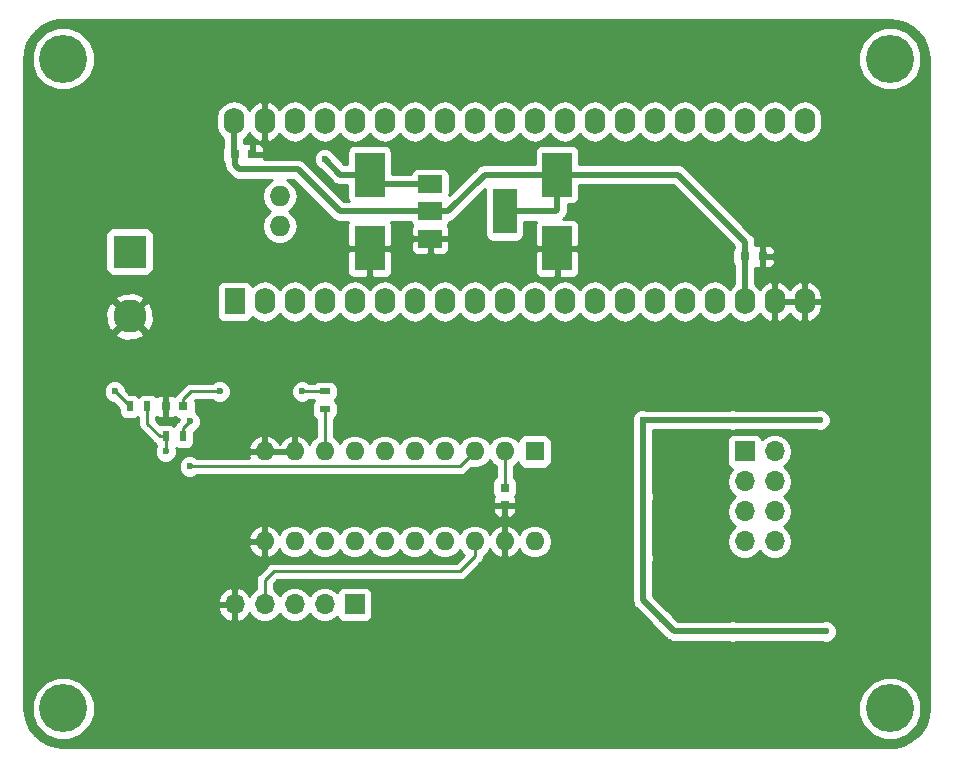
<source format=gbr>
G04 #@! TF.GenerationSoftware,KiCad,Pcbnew,5.0.0*
G04 #@! TF.CreationDate,2018-07-29T15:48:31+02:00*
G04 #@! TF.ProjectId,led_leveldriver,6C65645F6C6576656C6472697665722E,rev?*
G04 #@! TF.SameCoordinates,Original*
G04 #@! TF.FileFunction,Copper,L2,Bot,Signal*
G04 #@! TF.FilePolarity,Positive*
%FSLAX46Y46*%
G04 Gerber Fmt 4.6, Leading zero omitted, Abs format (unit mm)*
G04 Created by KiCad (PCBNEW 5.0.0) date Sun Jul 29 15:48:31 2018*
%MOMM*%
%LPD*%
G01*
G04 APERTURE LIST*
G04 #@! TA.AperFunction,ComponentPad*
%ADD10C,4.064000*%
G04 #@! TD*
G04 #@! TA.AperFunction,ComponentPad*
%ADD11O,1.700000X1.700000*%
G04 #@! TD*
G04 #@! TA.AperFunction,ComponentPad*
%ADD12R,1.700000X1.700000*%
G04 #@! TD*
G04 #@! TA.AperFunction,ComponentPad*
%ADD13R,1.727200X2.250000*%
G04 #@! TD*
G04 #@! TA.AperFunction,ComponentPad*
%ADD14O,1.727200X2.250000*%
G04 #@! TD*
G04 #@! TA.AperFunction,ComponentPad*
%ADD15O,1.727200X1.727200*%
G04 #@! TD*
G04 #@! TA.AperFunction,SMDPad,CuDef*
%ADD16R,2.500000X3.750000*%
G04 #@! TD*
G04 #@! TA.AperFunction,SMDPad,CuDef*
%ADD17R,0.800000X0.750000*%
G04 #@! TD*
G04 #@! TA.AperFunction,SMDPad,CuDef*
%ADD18R,0.750000X0.800000*%
G04 #@! TD*
G04 #@! TA.AperFunction,ComponentPad*
%ADD19O,1.600000X1.600000*%
G04 #@! TD*
G04 #@! TA.AperFunction,ComponentPad*
%ADD20R,1.600000X1.600000*%
G04 #@! TD*
G04 #@! TA.AperFunction,ComponentPad*
%ADD21C,2.800000*%
G04 #@! TD*
G04 #@! TA.AperFunction,ComponentPad*
%ADD22R,2.800000X2.800000*%
G04 #@! TD*
G04 #@! TA.AperFunction,SMDPad,CuDef*
%ADD23R,0.500000X0.900000*%
G04 #@! TD*
G04 #@! TA.AperFunction,SMDPad,CuDef*
%ADD24R,0.900000X0.500000*%
G04 #@! TD*
G04 #@! TA.AperFunction,SMDPad,CuDef*
%ADD25R,2.000000X1.500000*%
G04 #@! TD*
G04 #@! TA.AperFunction,SMDPad,CuDef*
%ADD26R,2.000000X3.800000*%
G04 #@! TD*
G04 #@! TA.AperFunction,ViaPad*
%ADD27C,0.600000*%
G04 #@! TD*
G04 #@! TA.AperFunction,Conductor*
%ADD28C,0.500000*%
G04 #@! TD*
G04 #@! TA.AperFunction,Conductor*
%ADD29C,0.250000*%
G04 #@! TD*
G04 #@! TA.AperFunction,Conductor*
%ADD30C,0.254000*%
G04 #@! TD*
G04 APERTURE END LIST*
D10*
G04 #@! TO.P,REF\002A\002A,1*
G04 #@! TO.N,N/C*
X181734000Y-93820000D03*
G04 #@! TD*
G04 #@! TO.P,REF\002A\002A,1*
G04 #@! TO.N,N/C*
X111734000Y-93820000D03*
G04 #@! TD*
G04 #@! TO.P,REF\002A\002A,1*
G04 #@! TO.N,N/C*
X181734000Y-38820000D03*
G04 #@! TD*
D11*
G04 #@! TO.P,Output,5*
G04 #@! TO.N,GND*
X126254000Y-85024000D03*
G04 #@! TO.P,Output,4*
G04 #@! TO.N,/DOUT*
X128794000Y-85024000D03*
G04 #@! TO.P,Output,3*
G04 #@! TO.N,/RCK*
X131334000Y-85024000D03*
G04 #@! TO.P,Output,2*
G04 #@! TO.N,/SRCK*
X133874000Y-85024000D03*
D12*
G04 #@! TO.P,Output,1*
G04 #@! TO.N,VCC*
X136414000Y-85024000D03*
G04 #@! TD*
D13*
G04 #@! TO.P,U2,1*
G04 #@! TO.N,Net-(U2-Pad1)*
X126254000Y-59370000D03*
D14*
G04 #@! TO.P,U2,2*
G04 #@! TO.N,Net-(U2-Pad2)*
X128794000Y-59370000D03*
G04 #@! TO.P,U2,3*
G04 #@! TO.N,Net-(U2-Pad3)*
X131334000Y-59370000D03*
G04 #@! TO.P,U2,4*
G04 #@! TO.N,Net-(U2-Pad4)*
X133874000Y-59370000D03*
G04 #@! TO.P,U2,5*
G04 #@! TO.N,Net-(U2-Pad5)*
X136414000Y-59370000D03*
G04 #@! TO.P,U2,6*
G04 #@! TO.N,Net-(U2-Pad6)*
X138954000Y-59370000D03*
G04 #@! TO.P,U2,7*
G04 #@! TO.N,Net-(U2-Pad7)*
X141494000Y-59370000D03*
G04 #@! TO.P,U2,8*
G04 #@! TO.N,Net-(U2-Pad8)*
X144034000Y-59370000D03*
G04 #@! TO.P,U2,9*
G04 #@! TO.N,Net-(U2-Pad9)*
X146574000Y-59370000D03*
G04 #@! TO.P,U2,10*
G04 #@! TO.N,Net-(U2-Pad10)*
X149114000Y-59370000D03*
G04 #@! TO.P,U2,11*
G04 #@! TO.N,Net-(U2-Pad11)*
X151654000Y-59370000D03*
G04 #@! TO.P,U2,12*
G04 #@! TO.N,Net-(U2-Pad12)*
X154194000Y-59370000D03*
G04 #@! TO.P,U2,13*
G04 #@! TO.N,Net-(U2-Pad13)*
X156734000Y-59370000D03*
G04 #@! TO.P,U2,14*
G04 #@! TO.N,Net-(U2-Pad14)*
X159274000Y-59370000D03*
G04 #@! TO.P,U2,15*
G04 #@! TO.N,Net-(U2-Pad15)*
X161814000Y-59370000D03*
G04 #@! TO.P,U2,16*
G04 #@! TO.N,Net-(U2-Pad16)*
X164354000Y-59370000D03*
G04 #@! TO.P,U2,17*
G04 #@! TO.N,Net-(U2-Pad17)*
X166894000Y-59370000D03*
G04 #@! TO.P,U2,18*
G04 #@! TO.N,+3V3*
X169434000Y-59370000D03*
G04 #@! TO.P,U2,19*
G04 #@! TO.N,GND*
X171974000Y-59370000D03*
G04 #@! TO.P,U2,20*
X174514000Y-59370000D03*
G04 #@! TO.P,U2,21*
G04 #@! TO.N,Net-(U2-Pad21)*
X174514000Y-44130000D03*
G04 #@! TO.P,U2,22*
G04 #@! TO.N,Net-(U2-Pad22)*
X171974000Y-44130000D03*
G04 #@! TO.P,U2,23*
G04 #@! TO.N,Net-(U2-Pad23)*
X169434000Y-44130000D03*
G04 #@! TO.P,U2,24*
G04 #@! TO.N,Net-(U2-Pad24)*
X166894000Y-44130000D03*
G04 #@! TO.P,U2,25*
G04 #@! TO.N,Net-(U2-Pad25)*
X164354000Y-44130000D03*
G04 #@! TO.P,U2,26*
G04 #@! TO.N,Net-(U2-Pad26)*
X161814000Y-44130000D03*
G04 #@! TO.P,U2,27*
G04 #@! TO.N,Net-(U2-Pad27)*
X159274000Y-44130000D03*
G04 #@! TO.P,U2,28*
G04 #@! TO.N,Net-(U2-Pad28)*
X156734000Y-44130000D03*
G04 #@! TO.P,U2,29*
G04 #@! TO.N,Net-(U2-Pad29)*
X154194000Y-44130000D03*
G04 #@! TO.P,U2,30*
G04 #@! TO.N,Net-(U2-Pad30)*
X151654000Y-44130000D03*
G04 #@! TO.P,U2,31*
G04 #@! TO.N,Net-(U2-Pad31)*
X149114000Y-44130000D03*
G04 #@! TO.P,U2,32*
G04 #@! TO.N,Net-(U2-Pad32)*
X146574000Y-44130000D03*
G04 #@! TO.P,U2,33*
G04 #@! TO.N,Net-(U2-Pad33)*
X144034000Y-44130000D03*
G04 #@! TO.P,U2,34*
G04 #@! TO.N,Net-(U2-Pad34)*
X141494000Y-44130000D03*
G04 #@! TO.P,U2,35*
G04 #@! TO.N,Net-(U2-Pad35)*
X138954000Y-44130000D03*
G04 #@! TO.P,U2,36*
G04 #@! TO.N,Net-(U2-Pad36)*
X136414000Y-44130000D03*
G04 #@! TO.P,U2,37*
G04 #@! TO.N,Net-(U2-Pad37)*
X133874000Y-44130000D03*
G04 #@! TO.P,U2,38*
G04 #@! TO.N,Net-(U2-Pad38)*
X131334000Y-44130000D03*
G04 #@! TO.P,U2,39*
G04 #@! TO.N,GND*
X128794000Y-44130000D03*
G04 #@! TO.P,U2,40*
G04 #@! TO.N,+3V3*
X126203200Y-44130000D03*
D15*
G04 #@! TO.P,U2,41*
G04 #@! TO.N,Net-(U2-Pad41)*
X130064000Y-50470000D03*
G04 #@! TO.P,U2,42*
G04 #@! TO.N,Net-(U2-Pad42)*
X130064000Y-53010000D03*
G04 #@! TD*
D16*
G04 #@! TO.P,C1,2*
G04 #@! TO.N,GND*
X137684000Y-54875000D03*
G04 #@! TO.P,C1,1*
G04 #@! TO.N,VCC*
X137684000Y-48625000D03*
G04 #@! TD*
G04 #@! TO.P,C2,1*
G04 #@! TO.N,+3V3*
X153559000Y-48625000D03*
G04 #@! TO.P,C2,2*
G04 #@! TO.N,GND*
X153559000Y-54875000D03*
G04 #@! TD*
D17*
G04 #@! TO.P,C3,2*
G04 #@! TO.N,GND*
X170958000Y-55560000D03*
G04 #@! TO.P,C3,1*
G04 #@! TO.N,+3V3*
X169458000Y-55560000D03*
G04 #@! TD*
G04 #@! TO.P,C4,1*
G04 #@! TO.N,VCC*
X121924000Y-68260000D03*
G04 #@! TO.P,C4,2*
G04 #@! TO.N,GND*
X120424000Y-68260000D03*
G04 #@! TD*
D18*
G04 #@! TO.P,C5,1*
G04 #@! TO.N,VCC*
X149114000Y-75130000D03*
G04 #@! TO.P,C5,2*
G04 #@! TO.N,GND*
X149114000Y-76630000D03*
G04 #@! TD*
D19*
G04 #@! TO.P,IC1,20*
G04 #@! TO.N,Net-(IC1-Pad20)*
X151654000Y-79690000D03*
G04 #@! TO.P,IC1,10*
G04 #@! TO.N,GND*
X128794000Y-72070000D03*
G04 #@! TO.P,IC1,19*
X149114000Y-79690000D03*
G04 #@! TO.P,IC1,9*
X131334000Y-72070000D03*
G04 #@! TO.P,IC1,18*
G04 #@! TO.N,/DOUT*
X146574000Y-79690000D03*
G04 #@! TO.P,IC1,8*
G04 #@! TO.N,Net-(IC1-Pad8)*
X133874000Y-72070000D03*
G04 #@! TO.P,IC1,17*
G04 #@! TO.N,/L7*
X144034000Y-79690000D03*
G04 #@! TO.P,IC1,7*
G04 #@! TO.N,/L3*
X136414000Y-72070000D03*
G04 #@! TO.P,IC1,16*
G04 #@! TO.N,/L6*
X141494000Y-79690000D03*
G04 #@! TO.P,IC1,6*
G04 #@! TO.N,/L2*
X138954000Y-72070000D03*
G04 #@! TO.P,IC1,15*
G04 #@! TO.N,/L5*
X138954000Y-79690000D03*
G04 #@! TO.P,IC1,5*
G04 #@! TO.N,/L1*
X141494000Y-72070000D03*
G04 #@! TO.P,IC1,14*
G04 #@! TO.N,/L4*
X136414000Y-79690000D03*
G04 #@! TO.P,IC1,4*
G04 #@! TO.N,/L0*
X144034000Y-72070000D03*
G04 #@! TO.P,IC1,13*
G04 #@! TO.N,/SRCK*
X133874000Y-79690000D03*
G04 #@! TO.P,IC1,3*
G04 #@! TO.N,/DATA*
X146574000Y-72070000D03*
G04 #@! TO.P,IC1,12*
G04 #@! TO.N,/RCK*
X131334000Y-79690000D03*
G04 #@! TO.P,IC1,2*
G04 #@! TO.N,VCC*
X149114000Y-72070000D03*
G04 #@! TO.P,IC1,11*
G04 #@! TO.N,GND*
X128794000Y-79690000D03*
D20*
G04 #@! TO.P,IC1,1*
G04 #@! TO.N,Net-(IC1-Pad1)*
X151654000Y-72070000D03*
G04 #@! TD*
D21*
G04 #@! TO.P,J2,2*
G04 #@! TO.N,GND*
X117364000Y-60640000D03*
D22*
G04 #@! TO.P,J2,1*
G04 #@! TO.N,VCC*
X117364000Y-55140000D03*
G04 #@! TD*
D23*
G04 #@! TO.P,R1,2*
G04 #@! TO.N,Net-(R1-Pad2)*
X121924000Y-70800000D03*
G04 #@! TO.P,R1,1*
G04 #@! TO.N,VCC*
X120424000Y-70800000D03*
G04 #@! TD*
G04 #@! TO.P,R2,1*
G04 #@! TO.N,VCC*
X118864000Y-68260000D03*
G04 #@! TO.P,R2,2*
G04 #@! TO.N,Net-(R2-Pad2)*
X117364000Y-68260000D03*
G04 #@! TD*
D24*
G04 #@! TO.P,R7,2*
G04 #@! TO.N,VCC*
X133874000Y-66990000D03*
G04 #@! TO.P,R7,1*
G04 #@! TO.N,Net-(IC1-Pad8)*
X133874000Y-68490000D03*
G04 #@! TD*
D11*
G04 #@! TO.P,J1,8*
G04 #@! TO.N,Net-(J1-Pad8)*
X171974000Y-79690000D03*
G04 #@! TO.P,J1,7*
G04 #@! TO.N,Net-(J1-Pad7)*
X169434000Y-79690000D03*
G04 #@! TO.P,J1,6*
G04 #@! TO.N,Net-(J1-Pad6)*
X171974000Y-77150000D03*
G04 #@! TO.P,J1,5*
G04 #@! TO.N,Net-(J1-Pad5)*
X169434000Y-77150000D03*
G04 #@! TO.P,J1,4*
G04 #@! TO.N,Net-(J1-Pad4)*
X171974000Y-74610000D03*
G04 #@! TO.P,J1,3*
G04 #@! TO.N,Net-(J1-Pad3)*
X169434000Y-74610000D03*
G04 #@! TO.P,J1,2*
G04 #@! TO.N,Net-(J1-Pad2)*
X171974000Y-72070000D03*
D12*
G04 #@! TO.P,J1,1*
G04 #@! TO.N,Net-(J1-Pad1)*
X169434000Y-72070000D03*
G04 #@! TD*
D25*
G04 #@! TO.P,U1,1*
G04 #@! TO.N,GND*
X142814000Y-54050000D03*
G04 #@! TO.P,U1,3*
G04 #@! TO.N,VCC*
X142814000Y-49450000D03*
G04 #@! TO.P,U1,2*
G04 #@! TO.N,+3V3*
X142814000Y-51750000D03*
D26*
X149114000Y-51750000D03*
G04 #@! TD*
D17*
G04 #@! TO.P,C6,1*
G04 #@! TO.N,+3V3*
X126254000Y-46924000D03*
G04 #@! TO.P,C6,2*
G04 #@! TO.N,GND*
X127754000Y-46924000D03*
G04 #@! TD*
D10*
G04 #@! TO.P,REF\002A\002A,1*
G04 #@! TO.N,N/C*
X111734000Y-38820000D03*
G04 #@! TD*
D27*
G04 #@! TO.N,VCC*
X133874000Y-47305000D03*
X124984000Y-66990000D03*
X131969000Y-66990000D03*
X175784000Y-69403000D03*
X168418000Y-69403000D03*
X160798000Y-69403000D03*
X160798000Y-75880000D03*
X160798000Y-81087000D03*
X162449000Y-86294000D03*
X168418000Y-87310000D03*
X176292000Y-87310000D03*
X120412000Y-72070000D03*
G04 #@! TO.N,GND*
X117364000Y-79690000D03*
G04 #@! TO.N,/DATA*
X122444000Y-73340000D03*
G04 #@! TO.N,Net-(R1-Pad2)*
X122444000Y-69530000D03*
G04 #@! TO.N,Net-(R2-Pad2)*
X116094000Y-66990000D03*
G04 #@! TD*
D28*
G04 #@! TO.N,VCC*
X138509000Y-49450000D02*
X137684000Y-48625000D01*
X142814000Y-49450000D02*
X138509000Y-49450000D01*
X135194000Y-48625000D02*
X137684000Y-48625000D01*
X133874000Y-47305000D02*
X135194000Y-48625000D01*
D29*
X118864000Y-68960000D02*
X118864000Y-68260000D01*
X118864000Y-69740000D02*
X118864000Y-68960000D01*
X119924000Y-70800000D02*
X118864000Y-69740000D01*
X120424000Y-70800000D02*
X119924000Y-70800000D01*
X124984000Y-66990000D02*
X123079000Y-66990000D01*
X121924000Y-67635000D02*
X122569000Y-66990000D01*
X122569000Y-66990000D02*
X123079000Y-66990000D01*
X121924000Y-68260000D02*
X121924000Y-67635000D01*
X149114000Y-75130000D02*
X149114000Y-72070000D01*
X133874000Y-66990000D02*
X131969000Y-66990000D01*
D28*
X175784000Y-69403000D02*
X168418000Y-69403000D01*
X168418000Y-69403000D02*
X160798000Y-69403000D01*
X160798000Y-69403000D02*
X160798000Y-75880000D01*
X160798000Y-75880000D02*
X160798000Y-81087000D01*
X160798000Y-81087000D02*
X160798000Y-84643000D01*
X160798000Y-84643000D02*
X162449000Y-86294000D01*
X162449000Y-86294000D02*
X162748999Y-86593999D01*
X162748999Y-86593999D02*
X163465000Y-87310000D01*
X163465000Y-87310000D02*
X168418000Y-87310000D01*
X168418000Y-87310000D02*
X176292000Y-87310000D01*
D29*
X120424000Y-70800000D02*
X120424000Y-72058000D01*
X120424000Y-72058000D02*
X120412000Y-72070000D01*
G04 #@! TO.N,GND*
X149114000Y-76630000D02*
X149114000Y-79690000D01*
G04 #@! TO.N,Net-(IC1-Pad8)*
X133874000Y-68490000D02*
X133874000Y-72070000D01*
G04 #@! TO.N,/DOUT*
X146574000Y-79690000D02*
X146574000Y-80960000D01*
X146574000Y-80960000D02*
X145304000Y-82230000D01*
X145304000Y-82230000D02*
X129556000Y-82230000D01*
X128794000Y-82992000D02*
X128794000Y-85024000D01*
X129556000Y-82230000D02*
X128794000Y-82992000D01*
D28*
G04 #@! TO.N,+3V3*
X151809000Y-48625000D02*
X153559000Y-48625000D01*
X147439000Y-48625000D02*
X151809000Y-48625000D01*
X144314000Y-51750000D02*
X147439000Y-48625000D01*
X142814000Y-51750000D02*
X144314000Y-51750000D01*
X153559000Y-48625000D02*
X162499000Y-48625000D01*
X169434000Y-55560000D02*
X169434000Y-59370000D01*
X135144000Y-51750000D02*
X142814000Y-51750000D01*
X149114000Y-51750000D02*
X153432000Y-51750000D01*
X153559000Y-51623000D02*
X153559000Y-48625000D01*
X153432000Y-51750000D02*
X153559000Y-51623000D01*
X169458000Y-55560000D02*
X169458000Y-54314000D01*
X163769000Y-48625000D02*
X162499000Y-48625000D01*
X169458000Y-54314000D02*
X163769000Y-48625000D01*
X126203200Y-46873200D02*
X126254000Y-46924000D01*
X126203200Y-44130000D02*
X126203200Y-46873200D01*
X126254000Y-47799000D02*
X126649000Y-48194000D01*
X126254000Y-46924000D02*
X126254000Y-47799000D01*
X131588000Y-48194000D02*
X135144000Y-51750000D01*
X126649000Y-48194000D02*
X131588000Y-48194000D01*
D29*
G04 #@! TO.N,/DATA*
X145304000Y-73340000D02*
X146574000Y-72070000D01*
X122444000Y-73340000D02*
X145304000Y-73340000D01*
G04 #@! TO.N,Net-(R1-Pad2)*
X121924000Y-70800000D02*
X121924000Y-70050000D01*
X121924000Y-70050000D02*
X122444000Y-69530000D01*
G04 #@! TO.N,Net-(R2-Pad2)*
X116094000Y-66990000D02*
X117364000Y-68260000D01*
G04 #@! TO.N,Net-(U2-Pad11)*
X151654000Y-59631400D02*
X151654000Y-59370000D01*
G04 #@! TO.N,Net-(U2-Pad12)*
X154194000Y-59631400D02*
X154194000Y-59370000D01*
G04 #@! TD*
D30*
G04 #@! TO.N,GND*
G36*
X182394809Y-35600776D02*
X183028631Y-35799404D01*
X183609562Y-36121418D01*
X184113879Y-36553670D01*
X184520981Y-37078503D01*
X184814234Y-37674473D01*
X184983868Y-38325707D01*
X185024000Y-38847269D01*
X185024001Y-93784026D01*
X184953224Y-94480812D01*
X184754596Y-95114631D01*
X184432582Y-95695561D01*
X184000329Y-96199879D01*
X183475497Y-96606981D01*
X182879532Y-96900232D01*
X182228297Y-97069867D01*
X181706731Y-97110000D01*
X111769964Y-97110000D01*
X111073188Y-97039224D01*
X110439369Y-96840596D01*
X109858439Y-96518582D01*
X109354121Y-96086329D01*
X108947019Y-95561497D01*
X108653768Y-94965532D01*
X108484133Y-94314297D01*
X108444000Y-93792731D01*
X108444000Y-93289501D01*
X109067000Y-93289501D01*
X109067000Y-94350499D01*
X109473026Y-95330734D01*
X110223266Y-96080974D01*
X111203501Y-96487000D01*
X112264499Y-96487000D01*
X113244734Y-96080974D01*
X113994974Y-95330734D01*
X114401000Y-94350499D01*
X114401000Y-93289501D01*
X179067000Y-93289501D01*
X179067000Y-94350499D01*
X179473026Y-95330734D01*
X180223266Y-96080974D01*
X181203501Y-96487000D01*
X182264499Y-96487000D01*
X183244734Y-96080974D01*
X183994974Y-95330734D01*
X184401000Y-94350499D01*
X184401000Y-93289501D01*
X183994974Y-92309266D01*
X183244734Y-91559026D01*
X182264499Y-91153000D01*
X181203501Y-91153000D01*
X180223266Y-91559026D01*
X179473026Y-92309266D01*
X179067000Y-93289501D01*
X114401000Y-93289501D01*
X113994974Y-92309266D01*
X113244734Y-91559026D01*
X112264499Y-91153000D01*
X111203501Y-91153000D01*
X110223266Y-91559026D01*
X109473026Y-92309266D01*
X109067000Y-93289501D01*
X108444000Y-93289501D01*
X108444000Y-85380892D01*
X124812514Y-85380892D01*
X125058817Y-85905358D01*
X125487076Y-86295645D01*
X125897110Y-86465476D01*
X126127000Y-86344155D01*
X126127000Y-85151000D01*
X124933181Y-85151000D01*
X124812514Y-85380892D01*
X108444000Y-85380892D01*
X108444000Y-84667108D01*
X124812514Y-84667108D01*
X124933181Y-84897000D01*
X126127000Y-84897000D01*
X126127000Y-83703845D01*
X126381000Y-83703845D01*
X126381000Y-84897000D01*
X126401000Y-84897000D01*
X126401000Y-85151000D01*
X126381000Y-85151000D01*
X126381000Y-86344155D01*
X126610890Y-86465476D01*
X127020924Y-86295645D01*
X127449183Y-85905358D01*
X127510157Y-85775522D01*
X127723375Y-86094625D01*
X128214582Y-86422839D01*
X128647744Y-86509000D01*
X128940256Y-86509000D01*
X129373418Y-86422839D01*
X129864625Y-86094625D01*
X130064000Y-85796239D01*
X130263375Y-86094625D01*
X130754582Y-86422839D01*
X131187744Y-86509000D01*
X131480256Y-86509000D01*
X131913418Y-86422839D01*
X132404625Y-86094625D01*
X132604000Y-85796239D01*
X132803375Y-86094625D01*
X133294582Y-86422839D01*
X133727744Y-86509000D01*
X134020256Y-86509000D01*
X134453418Y-86422839D01*
X134944625Y-86094625D01*
X134956816Y-86076381D01*
X134965843Y-86121765D01*
X135106191Y-86331809D01*
X135316235Y-86472157D01*
X135564000Y-86521440D01*
X137264000Y-86521440D01*
X137511765Y-86472157D01*
X137721809Y-86331809D01*
X137862157Y-86121765D01*
X137911440Y-85874000D01*
X137911440Y-84174000D01*
X137862157Y-83926235D01*
X137721809Y-83716191D01*
X137511765Y-83575843D01*
X137264000Y-83526560D01*
X135564000Y-83526560D01*
X135316235Y-83575843D01*
X135106191Y-83716191D01*
X134965843Y-83926235D01*
X134956816Y-83971619D01*
X134944625Y-83953375D01*
X134453418Y-83625161D01*
X134020256Y-83539000D01*
X133727744Y-83539000D01*
X133294582Y-83625161D01*
X132803375Y-83953375D01*
X132604000Y-84251761D01*
X132404625Y-83953375D01*
X131913418Y-83625161D01*
X131480256Y-83539000D01*
X131187744Y-83539000D01*
X130754582Y-83625161D01*
X130263375Y-83953375D01*
X130064000Y-84251761D01*
X129864625Y-83953375D01*
X129554000Y-83745822D01*
X129554000Y-83306801D01*
X129870802Y-82990000D01*
X145229153Y-82990000D01*
X145304000Y-83004888D01*
X145378847Y-82990000D01*
X145378852Y-82990000D01*
X145600537Y-82945904D01*
X145851929Y-82777929D01*
X145894331Y-82714470D01*
X147058473Y-81550329D01*
X147121929Y-81507929D01*
X147289904Y-81256537D01*
X147334000Y-81034852D01*
X147334000Y-81034848D01*
X147348888Y-80960001D01*
X147338019Y-80905358D01*
X147608577Y-80724577D01*
X147864947Y-80340892D01*
X147961611Y-80545134D01*
X148376577Y-80921041D01*
X148764961Y-81081904D01*
X148987000Y-80959915D01*
X148987000Y-79817000D01*
X148967000Y-79817000D01*
X148967000Y-79563000D01*
X148987000Y-79563000D01*
X148987000Y-78420085D01*
X149241000Y-78420085D01*
X149241000Y-79563000D01*
X149261000Y-79563000D01*
X149261000Y-79817000D01*
X149241000Y-79817000D01*
X149241000Y-80959915D01*
X149463039Y-81081904D01*
X149851423Y-80921041D01*
X150266389Y-80545134D01*
X150363053Y-80340892D01*
X150619423Y-80724577D01*
X151094091Y-81041740D01*
X151512667Y-81125000D01*
X151795333Y-81125000D01*
X152213909Y-81041740D01*
X152688577Y-80724577D01*
X153005740Y-80249909D01*
X153117113Y-79690000D01*
X153005740Y-79130091D01*
X152688577Y-78655423D01*
X152213909Y-78338260D01*
X151795333Y-78255000D01*
X151512667Y-78255000D01*
X151094091Y-78338260D01*
X150619423Y-78655423D01*
X150363053Y-79039108D01*
X150266389Y-78834866D01*
X149851423Y-78458959D01*
X149463039Y-78298096D01*
X149241000Y-78420085D01*
X148987000Y-78420085D01*
X148764961Y-78298096D01*
X148376577Y-78458959D01*
X147961611Y-78834866D01*
X147864947Y-79039108D01*
X147608577Y-78655423D01*
X147133909Y-78338260D01*
X146715333Y-78255000D01*
X146432667Y-78255000D01*
X146014091Y-78338260D01*
X145539423Y-78655423D01*
X145304000Y-79007758D01*
X145068577Y-78655423D01*
X144593909Y-78338260D01*
X144175333Y-78255000D01*
X143892667Y-78255000D01*
X143474091Y-78338260D01*
X142999423Y-78655423D01*
X142764000Y-79007758D01*
X142528577Y-78655423D01*
X142053909Y-78338260D01*
X141635333Y-78255000D01*
X141352667Y-78255000D01*
X140934091Y-78338260D01*
X140459423Y-78655423D01*
X140224000Y-79007758D01*
X139988577Y-78655423D01*
X139513909Y-78338260D01*
X139095333Y-78255000D01*
X138812667Y-78255000D01*
X138394091Y-78338260D01*
X137919423Y-78655423D01*
X137684000Y-79007758D01*
X137448577Y-78655423D01*
X136973909Y-78338260D01*
X136555333Y-78255000D01*
X136272667Y-78255000D01*
X135854091Y-78338260D01*
X135379423Y-78655423D01*
X135144000Y-79007758D01*
X134908577Y-78655423D01*
X134433909Y-78338260D01*
X134015333Y-78255000D01*
X133732667Y-78255000D01*
X133314091Y-78338260D01*
X132839423Y-78655423D01*
X132604000Y-79007758D01*
X132368577Y-78655423D01*
X131893909Y-78338260D01*
X131475333Y-78255000D01*
X131192667Y-78255000D01*
X130774091Y-78338260D01*
X130299423Y-78655423D01*
X130043053Y-79039108D01*
X129946389Y-78834866D01*
X129531423Y-78458959D01*
X129143039Y-78298096D01*
X128921000Y-78420085D01*
X128921000Y-79563000D01*
X128941000Y-79563000D01*
X128941000Y-79817000D01*
X128921000Y-79817000D01*
X128921000Y-80959915D01*
X129143039Y-81081904D01*
X129531423Y-80921041D01*
X129946389Y-80545134D01*
X130043053Y-80340892D01*
X130299423Y-80724577D01*
X130774091Y-81041740D01*
X131192667Y-81125000D01*
X131475333Y-81125000D01*
X131893909Y-81041740D01*
X132368577Y-80724577D01*
X132604000Y-80372242D01*
X132839423Y-80724577D01*
X133314091Y-81041740D01*
X133732667Y-81125000D01*
X134015333Y-81125000D01*
X134433909Y-81041740D01*
X134908577Y-80724577D01*
X135144000Y-80372242D01*
X135379423Y-80724577D01*
X135854091Y-81041740D01*
X136272667Y-81125000D01*
X136555333Y-81125000D01*
X136973909Y-81041740D01*
X137448577Y-80724577D01*
X137684000Y-80372242D01*
X137919423Y-80724577D01*
X138394091Y-81041740D01*
X138812667Y-81125000D01*
X139095333Y-81125000D01*
X139513909Y-81041740D01*
X139988577Y-80724577D01*
X140224000Y-80372242D01*
X140459423Y-80724577D01*
X140934091Y-81041740D01*
X141352667Y-81125000D01*
X141635333Y-81125000D01*
X142053909Y-81041740D01*
X142528577Y-80724577D01*
X142764000Y-80372242D01*
X142999423Y-80724577D01*
X143474091Y-81041740D01*
X143892667Y-81125000D01*
X144175333Y-81125000D01*
X144593909Y-81041740D01*
X145068577Y-80724577D01*
X145304000Y-80372242D01*
X145539423Y-80724577D01*
X145656436Y-80802762D01*
X144989199Y-81470000D01*
X129630848Y-81470000D01*
X129556000Y-81455112D01*
X129481152Y-81470000D01*
X129481148Y-81470000D01*
X129307605Y-81504520D01*
X129259462Y-81514096D01*
X129106003Y-81616635D01*
X129008071Y-81682071D01*
X128965671Y-81745527D01*
X128309530Y-82401669D01*
X128246071Y-82444071D01*
X128078096Y-82695464D01*
X128034000Y-82917149D01*
X128034000Y-82917153D01*
X128019112Y-82992000D01*
X128034000Y-83066847D01*
X128034000Y-83745822D01*
X127723375Y-83953375D01*
X127510157Y-84272478D01*
X127449183Y-84142642D01*
X127020924Y-83752355D01*
X126610890Y-83582524D01*
X126381000Y-83703845D01*
X126127000Y-83703845D01*
X125897110Y-83582524D01*
X125487076Y-83752355D01*
X125058817Y-84142642D01*
X124812514Y-84667108D01*
X108444000Y-84667108D01*
X108444000Y-80039041D01*
X127402086Y-80039041D01*
X127641611Y-80545134D01*
X128056577Y-80921041D01*
X128444961Y-81081904D01*
X128667000Y-80959915D01*
X128667000Y-79817000D01*
X127523371Y-79817000D01*
X127402086Y-80039041D01*
X108444000Y-80039041D01*
X108444000Y-79340959D01*
X127402086Y-79340959D01*
X127523371Y-79563000D01*
X128667000Y-79563000D01*
X128667000Y-78420085D01*
X128444961Y-78298096D01*
X128056577Y-78458959D01*
X127641611Y-78834866D01*
X127402086Y-79340959D01*
X108444000Y-79340959D01*
X108444000Y-76915750D01*
X148104000Y-76915750D01*
X148104000Y-77156309D01*
X148200673Y-77389698D01*
X148379301Y-77568327D01*
X148612690Y-77665000D01*
X148828250Y-77665000D01*
X148987000Y-77506250D01*
X148987000Y-76757000D01*
X149241000Y-76757000D01*
X149241000Y-77506250D01*
X149399750Y-77665000D01*
X149615310Y-77665000D01*
X149848699Y-77568327D01*
X150027327Y-77389698D01*
X150124000Y-77156309D01*
X150124000Y-76915750D01*
X149965250Y-76757000D01*
X149241000Y-76757000D01*
X148987000Y-76757000D01*
X148262750Y-76757000D01*
X148104000Y-76915750D01*
X108444000Y-76915750D01*
X108444000Y-73154017D01*
X121509000Y-73154017D01*
X121509000Y-73525983D01*
X121651345Y-73869635D01*
X121914365Y-74132655D01*
X122258017Y-74275000D01*
X122629983Y-74275000D01*
X122973635Y-74132655D01*
X123006290Y-74100000D01*
X145229153Y-74100000D01*
X145304000Y-74114888D01*
X145378847Y-74100000D01*
X145378852Y-74100000D01*
X145600537Y-74055904D01*
X145851929Y-73887929D01*
X145894331Y-73824470D01*
X146250114Y-73468688D01*
X146432667Y-73505000D01*
X146715333Y-73505000D01*
X147133909Y-73421740D01*
X147608577Y-73104577D01*
X147844000Y-72752242D01*
X148079423Y-73104577D01*
X148354001Y-73288044D01*
X148354000Y-74223541D01*
X148281191Y-74272191D01*
X148140843Y-74482235D01*
X148091560Y-74730000D01*
X148091560Y-75530000D01*
X148140843Y-75777765D01*
X148201873Y-75869102D01*
X148200673Y-75870302D01*
X148104000Y-76103691D01*
X148104000Y-76344250D01*
X148262750Y-76503000D01*
X148987000Y-76503000D01*
X148987000Y-76483000D01*
X149241000Y-76483000D01*
X149241000Y-76503000D01*
X149965250Y-76503000D01*
X150124000Y-76344250D01*
X150124000Y-76103691D01*
X150027327Y-75870302D01*
X150026127Y-75869102D01*
X150087157Y-75777765D01*
X150136440Y-75530000D01*
X150136440Y-74730000D01*
X150087157Y-74482235D01*
X149946809Y-74272191D01*
X149874000Y-74223541D01*
X149874000Y-73288043D01*
X150148577Y-73104577D01*
X150229215Y-72983894D01*
X150255843Y-73117765D01*
X150396191Y-73327809D01*
X150606235Y-73468157D01*
X150854000Y-73517440D01*
X152454000Y-73517440D01*
X152701765Y-73468157D01*
X152911809Y-73327809D01*
X153052157Y-73117765D01*
X153101440Y-72870000D01*
X153101440Y-71270000D01*
X153052157Y-71022235D01*
X152911809Y-70812191D01*
X152701765Y-70671843D01*
X152454000Y-70622560D01*
X150854000Y-70622560D01*
X150606235Y-70671843D01*
X150396191Y-70812191D01*
X150255843Y-71022235D01*
X150229215Y-71156106D01*
X150148577Y-71035423D01*
X149673909Y-70718260D01*
X149255333Y-70635000D01*
X148972667Y-70635000D01*
X148554091Y-70718260D01*
X148079423Y-71035423D01*
X147844000Y-71387758D01*
X147608577Y-71035423D01*
X147133909Y-70718260D01*
X146715333Y-70635000D01*
X146432667Y-70635000D01*
X146014091Y-70718260D01*
X145539423Y-71035423D01*
X145304000Y-71387758D01*
X145068577Y-71035423D01*
X144593909Y-70718260D01*
X144175333Y-70635000D01*
X143892667Y-70635000D01*
X143474091Y-70718260D01*
X142999423Y-71035423D01*
X142764000Y-71387758D01*
X142528577Y-71035423D01*
X142053909Y-70718260D01*
X141635333Y-70635000D01*
X141352667Y-70635000D01*
X140934091Y-70718260D01*
X140459423Y-71035423D01*
X140224000Y-71387758D01*
X139988577Y-71035423D01*
X139513909Y-70718260D01*
X139095333Y-70635000D01*
X138812667Y-70635000D01*
X138394091Y-70718260D01*
X137919423Y-71035423D01*
X137684000Y-71387758D01*
X137448577Y-71035423D01*
X136973909Y-70718260D01*
X136555333Y-70635000D01*
X136272667Y-70635000D01*
X135854091Y-70718260D01*
X135379423Y-71035423D01*
X135144000Y-71387758D01*
X134908577Y-71035423D01*
X134634000Y-70851957D01*
X134634000Y-69296573D01*
X134753062Y-69217017D01*
X159863000Y-69217017D01*
X159863000Y-69588983D01*
X159913000Y-69709694D01*
X159913001Y-75573304D01*
X159863000Y-75694017D01*
X159863000Y-76065983D01*
X159913000Y-76186694D01*
X159913001Y-80780304D01*
X159863000Y-80901017D01*
X159863000Y-81272983D01*
X159913000Y-81393694D01*
X159913001Y-84555835D01*
X159895663Y-84643000D01*
X159964348Y-84988309D01*
X160110576Y-85207154D01*
X160110578Y-85207156D01*
X160159952Y-85281049D01*
X160233845Y-85330423D01*
X161606345Y-86702924D01*
X161656345Y-86823635D01*
X161919365Y-87086655D01*
X162040078Y-87136656D01*
X162061575Y-87158153D01*
X162777577Y-87874156D01*
X162826951Y-87948049D01*
X162900844Y-87997423D01*
X162900845Y-87997424D01*
X163011880Y-88071615D01*
X163119690Y-88143652D01*
X163377835Y-88195000D01*
X163377839Y-88195000D01*
X163464999Y-88212337D01*
X163552159Y-88195000D01*
X168111306Y-88195000D01*
X168232017Y-88245000D01*
X168603983Y-88245000D01*
X168724694Y-88195000D01*
X175985306Y-88195000D01*
X176106017Y-88245000D01*
X176477983Y-88245000D01*
X176821635Y-88102655D01*
X177084655Y-87839635D01*
X177227000Y-87495983D01*
X177227000Y-87124017D01*
X177084655Y-86780365D01*
X176821635Y-86517345D01*
X176477983Y-86375000D01*
X176106017Y-86375000D01*
X175985306Y-86425000D01*
X168724694Y-86425000D01*
X168603983Y-86375000D01*
X168232017Y-86375000D01*
X168111306Y-86425000D01*
X163831579Y-86425000D01*
X163313153Y-85906575D01*
X163291656Y-85885078D01*
X163241655Y-85764365D01*
X162978635Y-85501345D01*
X162857924Y-85451345D01*
X161683000Y-84276422D01*
X161683000Y-81393694D01*
X161733000Y-81272983D01*
X161733000Y-80901017D01*
X161683000Y-80780306D01*
X161683000Y-76186694D01*
X161733000Y-76065983D01*
X161733000Y-75694017D01*
X161683000Y-75573306D01*
X161683000Y-74610000D01*
X167919908Y-74610000D01*
X168035161Y-75189418D01*
X168363375Y-75680625D01*
X168661761Y-75880000D01*
X168363375Y-76079375D01*
X168035161Y-76570582D01*
X167919908Y-77150000D01*
X168035161Y-77729418D01*
X168363375Y-78220625D01*
X168661761Y-78420000D01*
X168363375Y-78619375D01*
X168035161Y-79110582D01*
X167919908Y-79690000D01*
X168035161Y-80269418D01*
X168363375Y-80760625D01*
X168854582Y-81088839D01*
X169287744Y-81175000D01*
X169580256Y-81175000D01*
X170013418Y-81088839D01*
X170504625Y-80760625D01*
X170704000Y-80462239D01*
X170903375Y-80760625D01*
X171394582Y-81088839D01*
X171827744Y-81175000D01*
X172120256Y-81175000D01*
X172553418Y-81088839D01*
X173044625Y-80760625D01*
X173372839Y-80269418D01*
X173488092Y-79690000D01*
X173372839Y-79110582D01*
X173044625Y-78619375D01*
X172746239Y-78420000D01*
X173044625Y-78220625D01*
X173372839Y-77729418D01*
X173488092Y-77150000D01*
X173372839Y-76570582D01*
X173044625Y-76079375D01*
X172746239Y-75880000D01*
X173044625Y-75680625D01*
X173372839Y-75189418D01*
X173488092Y-74610000D01*
X173372839Y-74030582D01*
X173044625Y-73539375D01*
X172746239Y-73340000D01*
X173044625Y-73140625D01*
X173372839Y-72649418D01*
X173488092Y-72070000D01*
X173372839Y-71490582D01*
X173044625Y-70999375D01*
X172553418Y-70671161D01*
X172120256Y-70585000D01*
X171827744Y-70585000D01*
X171394582Y-70671161D01*
X170903375Y-70999375D01*
X170891184Y-71017619D01*
X170882157Y-70972235D01*
X170741809Y-70762191D01*
X170531765Y-70621843D01*
X170284000Y-70572560D01*
X168584000Y-70572560D01*
X168336235Y-70621843D01*
X168126191Y-70762191D01*
X167985843Y-70972235D01*
X167936560Y-71220000D01*
X167936560Y-72920000D01*
X167985843Y-73167765D01*
X168126191Y-73377809D01*
X168336235Y-73518157D01*
X168381619Y-73527184D01*
X168363375Y-73539375D01*
X168035161Y-74030582D01*
X167919908Y-74610000D01*
X161683000Y-74610000D01*
X161683000Y-70288000D01*
X168111306Y-70288000D01*
X168232017Y-70338000D01*
X168603983Y-70338000D01*
X168724694Y-70288000D01*
X175477306Y-70288000D01*
X175598017Y-70338000D01*
X175969983Y-70338000D01*
X176313635Y-70195655D01*
X176576655Y-69932635D01*
X176719000Y-69588983D01*
X176719000Y-69217017D01*
X176576655Y-68873365D01*
X176313635Y-68610345D01*
X175969983Y-68468000D01*
X175598017Y-68468000D01*
X175477306Y-68518000D01*
X168724694Y-68518000D01*
X168603983Y-68468000D01*
X168232017Y-68468000D01*
X168111306Y-68518000D01*
X161104694Y-68518000D01*
X160983983Y-68468000D01*
X160612017Y-68468000D01*
X160268365Y-68610345D01*
X160005345Y-68873365D01*
X159863000Y-69217017D01*
X134753062Y-69217017D01*
X134781809Y-69197809D01*
X134922157Y-68987765D01*
X134971440Y-68740000D01*
X134971440Y-68240000D01*
X134922157Y-67992235D01*
X134781809Y-67782191D01*
X134718666Y-67740000D01*
X134781809Y-67697809D01*
X134922157Y-67487765D01*
X134971440Y-67240000D01*
X134971440Y-66740000D01*
X134922157Y-66492235D01*
X134781809Y-66282191D01*
X134571765Y-66141843D01*
X134324000Y-66092560D01*
X133424000Y-66092560D01*
X133176235Y-66141843D01*
X133044300Y-66230000D01*
X132531290Y-66230000D01*
X132498635Y-66197345D01*
X132154983Y-66055000D01*
X131783017Y-66055000D01*
X131439365Y-66197345D01*
X131176345Y-66460365D01*
X131034000Y-66804017D01*
X131034000Y-67175983D01*
X131176345Y-67519635D01*
X131439365Y-67782655D01*
X131783017Y-67925000D01*
X132154983Y-67925000D01*
X132498635Y-67782655D01*
X132531290Y-67750000D01*
X133014368Y-67750000D01*
X132966191Y-67782191D01*
X132825843Y-67992235D01*
X132776560Y-68240000D01*
X132776560Y-68740000D01*
X132825843Y-68987765D01*
X132966191Y-69197809D01*
X133114000Y-69296573D01*
X133114001Y-70851956D01*
X132839423Y-71035423D01*
X132583053Y-71419108D01*
X132486389Y-71214866D01*
X132071423Y-70838959D01*
X131683039Y-70678096D01*
X131461000Y-70800085D01*
X131461000Y-71943000D01*
X131481000Y-71943000D01*
X131481000Y-72197000D01*
X131461000Y-72197000D01*
X131461000Y-72217000D01*
X131207000Y-72217000D01*
X131207000Y-72197000D01*
X128921000Y-72197000D01*
X128921000Y-72217000D01*
X128667000Y-72217000D01*
X128667000Y-72197000D01*
X127523371Y-72197000D01*
X127402086Y-72419041D01*
X127478265Y-72580000D01*
X123006290Y-72580000D01*
X122973635Y-72547345D01*
X122629983Y-72405000D01*
X122258017Y-72405000D01*
X121914365Y-72547345D01*
X121651345Y-72810365D01*
X121509000Y-73154017D01*
X108444000Y-73154017D01*
X108444000Y-66804017D01*
X115159000Y-66804017D01*
X115159000Y-67175983D01*
X115301345Y-67519635D01*
X115564365Y-67782655D01*
X115908017Y-67925000D01*
X115954199Y-67925000D01*
X116466560Y-68437362D01*
X116466560Y-68710000D01*
X116515843Y-68957765D01*
X116656191Y-69167809D01*
X116866235Y-69308157D01*
X117114000Y-69357440D01*
X117614000Y-69357440D01*
X117861765Y-69308157D01*
X118071809Y-69167809D01*
X118104000Y-69119632D01*
X118104000Y-69665153D01*
X118089112Y-69740000D01*
X118104000Y-69814847D01*
X118104000Y-69814851D01*
X118148096Y-70036536D01*
X118316071Y-70287929D01*
X118379529Y-70330331D01*
X119333673Y-71284475D01*
X119376071Y-71347929D01*
X119439524Y-71390327D01*
X119439526Y-71390329D01*
X119555277Y-71467671D01*
X119572092Y-71478906D01*
X119575843Y-71497765D01*
X119613590Y-71554258D01*
X119477000Y-71884017D01*
X119477000Y-72255983D01*
X119619345Y-72599635D01*
X119882365Y-72862655D01*
X120226017Y-73005000D01*
X120597983Y-73005000D01*
X120941635Y-72862655D01*
X121204655Y-72599635D01*
X121347000Y-72255983D01*
X121347000Y-71884017D01*
X121296140Y-71761230D01*
X121426235Y-71848157D01*
X121674000Y-71897440D01*
X122174000Y-71897440D01*
X122421765Y-71848157D01*
X122612128Y-71720959D01*
X127402086Y-71720959D01*
X127523371Y-71943000D01*
X128667000Y-71943000D01*
X128667000Y-70800085D01*
X128921000Y-70800085D01*
X128921000Y-71943000D01*
X131207000Y-71943000D01*
X131207000Y-70800085D01*
X130984961Y-70678096D01*
X130596577Y-70838959D01*
X130181611Y-71214866D01*
X130064000Y-71463367D01*
X129946389Y-71214866D01*
X129531423Y-70838959D01*
X129143039Y-70678096D01*
X128921000Y-70800085D01*
X128667000Y-70800085D01*
X128444961Y-70678096D01*
X128056577Y-70838959D01*
X127641611Y-71214866D01*
X127402086Y-71720959D01*
X122612128Y-71720959D01*
X122631809Y-71707809D01*
X122772157Y-71497765D01*
X122821440Y-71250000D01*
X122821440Y-70385696D01*
X122973635Y-70322655D01*
X123236655Y-70059635D01*
X123379000Y-69715983D01*
X123379000Y-69344017D01*
X123236655Y-69000365D01*
X122973635Y-68737345D01*
X122952799Y-68728715D01*
X122971440Y-68635000D01*
X122971440Y-67885000D01*
X122944587Y-67750000D01*
X124421710Y-67750000D01*
X124454365Y-67782655D01*
X124798017Y-67925000D01*
X125169983Y-67925000D01*
X125513635Y-67782655D01*
X125776655Y-67519635D01*
X125919000Y-67175983D01*
X125919000Y-66804017D01*
X125776655Y-66460365D01*
X125513635Y-66197345D01*
X125169983Y-66055000D01*
X124798017Y-66055000D01*
X124454365Y-66197345D01*
X124421710Y-66230000D01*
X122643848Y-66230000D01*
X122569000Y-66215112D01*
X122494152Y-66230000D01*
X122494148Y-66230000D01*
X122320605Y-66264520D01*
X122272462Y-66274096D01*
X122085418Y-66399076D01*
X122021071Y-66442071D01*
X121978671Y-66505527D01*
X121439528Y-67044671D01*
X121376072Y-67087071D01*
X121215448Y-67327460D01*
X121184898Y-67347873D01*
X121183698Y-67346673D01*
X120950309Y-67250000D01*
X120709750Y-67250000D01*
X120551000Y-67408750D01*
X120551000Y-68133000D01*
X120571000Y-68133000D01*
X120571000Y-68387000D01*
X120551000Y-68387000D01*
X120551000Y-69111250D01*
X120709750Y-69270000D01*
X120950309Y-69270000D01*
X121183698Y-69173327D01*
X121184898Y-69172127D01*
X121276235Y-69233157D01*
X121524000Y-69282440D01*
X121534506Y-69282440D01*
X121509000Y-69344017D01*
X121509000Y-69390199D01*
X121439527Y-69459671D01*
X121376072Y-69502071D01*
X121208097Y-69753463D01*
X121169331Y-69948347D01*
X121131809Y-69892191D01*
X120921765Y-69751843D01*
X120674000Y-69702560D01*
X120174000Y-69702560D01*
X119946595Y-69747793D01*
X119624000Y-69425199D01*
X119624000Y-69133025D01*
X119664302Y-69173327D01*
X119897691Y-69270000D01*
X120138250Y-69270000D01*
X120297000Y-69111250D01*
X120297000Y-68387000D01*
X120277000Y-68387000D01*
X120277000Y-68133000D01*
X120297000Y-68133000D01*
X120297000Y-67408750D01*
X120138250Y-67250000D01*
X119897691Y-67250000D01*
X119664302Y-67346673D01*
X119606646Y-67404328D01*
X119571809Y-67352191D01*
X119361765Y-67211843D01*
X119114000Y-67162560D01*
X118614000Y-67162560D01*
X118366235Y-67211843D01*
X118156191Y-67352191D01*
X118114000Y-67415334D01*
X118071809Y-67352191D01*
X117861765Y-67211843D01*
X117614000Y-67162560D01*
X117341362Y-67162560D01*
X117029000Y-66850199D01*
X117029000Y-66804017D01*
X116886655Y-66460365D01*
X116623635Y-66197345D01*
X116279983Y-66055000D01*
X115908017Y-66055000D01*
X115564365Y-66197345D01*
X115301345Y-66460365D01*
X115159000Y-66804017D01*
X108444000Y-66804017D01*
X108444000Y-62081724D01*
X116101882Y-62081724D01*
X116249455Y-62390106D01*
X117004031Y-62683405D01*
X117813409Y-62665614D01*
X118478545Y-62390106D01*
X118626118Y-62081724D01*
X117364000Y-60819605D01*
X116101882Y-62081724D01*
X108444000Y-62081724D01*
X108444000Y-60280031D01*
X115320595Y-60280031D01*
X115338386Y-61089409D01*
X115613894Y-61754545D01*
X115922276Y-61902118D01*
X117184395Y-60640000D01*
X117543605Y-60640000D01*
X118805724Y-61902118D01*
X119114106Y-61754545D01*
X119407405Y-60999969D01*
X119389614Y-60190591D01*
X119114106Y-59525455D01*
X118805724Y-59377882D01*
X117543605Y-60640000D01*
X117184395Y-60640000D01*
X115922276Y-59377882D01*
X115613894Y-59525455D01*
X115320595Y-60280031D01*
X108444000Y-60280031D01*
X108444000Y-59198276D01*
X116101882Y-59198276D01*
X117364000Y-60460395D01*
X118626118Y-59198276D01*
X118478545Y-58889894D01*
X117723969Y-58596595D01*
X116914591Y-58614386D01*
X116249455Y-58889894D01*
X116101882Y-59198276D01*
X108444000Y-59198276D01*
X108444000Y-53740000D01*
X115316560Y-53740000D01*
X115316560Y-56540000D01*
X115365843Y-56787765D01*
X115506191Y-56997809D01*
X115716235Y-57138157D01*
X115964000Y-57187440D01*
X118764000Y-57187440D01*
X119011765Y-57138157D01*
X119221809Y-56997809D01*
X119362157Y-56787765D01*
X119411440Y-56540000D01*
X119411440Y-55160750D01*
X135799000Y-55160750D01*
X135799000Y-56876309D01*
X135895673Y-57109698D01*
X136074301Y-57288327D01*
X136307690Y-57385000D01*
X137398250Y-57385000D01*
X137557000Y-57226250D01*
X137557000Y-55002000D01*
X137811000Y-55002000D01*
X137811000Y-57226250D01*
X137969750Y-57385000D01*
X139060310Y-57385000D01*
X139293699Y-57288327D01*
X139472327Y-57109698D01*
X139569000Y-56876309D01*
X139569000Y-55160750D01*
X139410250Y-55002000D01*
X137811000Y-55002000D01*
X137557000Y-55002000D01*
X135957750Y-55002000D01*
X135799000Y-55160750D01*
X119411440Y-55160750D01*
X119411440Y-53740000D01*
X119362157Y-53492235D01*
X119221809Y-53282191D01*
X119011765Y-53141843D01*
X118764000Y-53092560D01*
X115964000Y-53092560D01*
X115716235Y-53141843D01*
X115506191Y-53282191D01*
X115365843Y-53492235D01*
X115316560Y-53740000D01*
X108444000Y-53740000D01*
X108444000Y-43721002D01*
X124704600Y-43721002D01*
X124704600Y-44538997D01*
X124791550Y-44976124D01*
X125122770Y-45471830D01*
X125318201Y-45602413D01*
X125318201Y-46207911D01*
X125255843Y-46301235D01*
X125206560Y-46549000D01*
X125206560Y-47299000D01*
X125255843Y-47546765D01*
X125368345Y-47715134D01*
X125351663Y-47799000D01*
X125420348Y-48144309D01*
X125566576Y-48363154D01*
X125566578Y-48363156D01*
X125615952Y-48437049D01*
X125689845Y-48486423D01*
X125961575Y-48758153D01*
X126010951Y-48832049D01*
X126303690Y-49027652D01*
X126561835Y-49079000D01*
X126561839Y-49079000D01*
X126648999Y-49096337D01*
X126736159Y-49079000D01*
X129448370Y-49079000D01*
X128983570Y-49389570D01*
X128652350Y-49885275D01*
X128536041Y-50470000D01*
X128652350Y-51054725D01*
X128983570Y-51550430D01*
X129267281Y-51740000D01*
X128983570Y-51929570D01*
X128652350Y-52425275D01*
X128536041Y-53010000D01*
X128652350Y-53594725D01*
X128983570Y-54090430D01*
X129479275Y-54421650D01*
X129916402Y-54508600D01*
X130211598Y-54508600D01*
X130648725Y-54421650D01*
X131144430Y-54090430D01*
X131475650Y-53594725D01*
X131591959Y-53010000D01*
X131475650Y-52425275D01*
X131144430Y-51929570D01*
X130860719Y-51740000D01*
X131144430Y-51550430D01*
X131475650Y-51054725D01*
X131591959Y-50470000D01*
X131475650Y-49885275D01*
X131144430Y-49389570D01*
X130679630Y-49079000D01*
X131221422Y-49079000D01*
X134456577Y-52314156D01*
X134505951Y-52388049D01*
X134579844Y-52437423D01*
X134579845Y-52437424D01*
X134673497Y-52500000D01*
X134798690Y-52583652D01*
X135056835Y-52635000D01*
X135056839Y-52635000D01*
X135143999Y-52652337D01*
X135231159Y-52635000D01*
X135900975Y-52635000D01*
X135895673Y-52640302D01*
X135799000Y-52873691D01*
X135799000Y-54589250D01*
X135957750Y-54748000D01*
X137557000Y-54748000D01*
X137557000Y-54728000D01*
X137811000Y-54728000D01*
X137811000Y-54748000D01*
X139410250Y-54748000D01*
X139569000Y-54589250D01*
X139569000Y-54335750D01*
X141179000Y-54335750D01*
X141179000Y-54926310D01*
X141275673Y-55159699D01*
X141454302Y-55338327D01*
X141687691Y-55435000D01*
X142528250Y-55435000D01*
X142687000Y-55276250D01*
X142687000Y-54177000D01*
X142941000Y-54177000D01*
X142941000Y-55276250D01*
X143099750Y-55435000D01*
X143940309Y-55435000D01*
X144173698Y-55338327D01*
X144351275Y-55160750D01*
X151674000Y-55160750D01*
X151674000Y-56876309D01*
X151770673Y-57109698D01*
X151949301Y-57288327D01*
X152182690Y-57385000D01*
X153273250Y-57385000D01*
X153432000Y-57226250D01*
X153432000Y-55002000D01*
X153686000Y-55002000D01*
X153686000Y-57226250D01*
X153844750Y-57385000D01*
X154935310Y-57385000D01*
X155168699Y-57288327D01*
X155347327Y-57109698D01*
X155444000Y-56876309D01*
X155444000Y-55160750D01*
X155285250Y-55002000D01*
X153686000Y-55002000D01*
X153432000Y-55002000D01*
X151832750Y-55002000D01*
X151674000Y-55160750D01*
X144351275Y-55160750D01*
X144352327Y-55159699D01*
X144449000Y-54926310D01*
X144449000Y-54335750D01*
X144290250Y-54177000D01*
X142941000Y-54177000D01*
X142687000Y-54177000D01*
X141337750Y-54177000D01*
X141179000Y-54335750D01*
X139569000Y-54335750D01*
X139569000Y-52873691D01*
X139472327Y-52640302D01*
X139467025Y-52635000D01*
X141193413Y-52635000D01*
X141215843Y-52747765D01*
X141316927Y-52899047D01*
X141275673Y-52940301D01*
X141179000Y-53173690D01*
X141179000Y-53764250D01*
X141337750Y-53923000D01*
X142687000Y-53923000D01*
X142687000Y-53903000D01*
X142941000Y-53903000D01*
X142941000Y-53923000D01*
X144290250Y-53923000D01*
X144449000Y-53764250D01*
X144449000Y-53173690D01*
X144352327Y-52940301D01*
X144311073Y-52899047D01*
X144412157Y-52747765D01*
X144435964Y-52628078D01*
X144659310Y-52583652D01*
X144952049Y-52388049D01*
X145001425Y-52314153D01*
X147466804Y-49848775D01*
X147466560Y-49850000D01*
X147466560Y-53650000D01*
X147515843Y-53897765D01*
X147656191Y-54107809D01*
X147866235Y-54248157D01*
X148114000Y-54297440D01*
X150114000Y-54297440D01*
X150361765Y-54248157D01*
X150571809Y-54107809D01*
X150712157Y-53897765D01*
X150761440Y-53650000D01*
X150761440Y-52635000D01*
X151775975Y-52635000D01*
X151770673Y-52640302D01*
X151674000Y-52873691D01*
X151674000Y-54589250D01*
X151832750Y-54748000D01*
X153432000Y-54748000D01*
X153432000Y-54728000D01*
X153686000Y-54728000D01*
X153686000Y-54748000D01*
X155285250Y-54748000D01*
X155444000Y-54589250D01*
X155444000Y-52873691D01*
X155347327Y-52640302D01*
X155168699Y-52461673D01*
X154935310Y-52365000D01*
X154085450Y-52365000D01*
X154119425Y-52314153D01*
X154123154Y-52310424D01*
X154197049Y-52261049D01*
X154392652Y-51968310D01*
X154444000Y-51710165D01*
X154444000Y-51710160D01*
X154461337Y-51623001D01*
X154444000Y-51535841D01*
X154444000Y-51147440D01*
X154809000Y-51147440D01*
X155056765Y-51098157D01*
X155266809Y-50957809D01*
X155407157Y-50747765D01*
X155456440Y-50500000D01*
X155456440Y-49510000D01*
X163402422Y-49510000D01*
X168573001Y-54680580D01*
X168573001Y-54767884D01*
X168459843Y-54937235D01*
X168410560Y-55185000D01*
X168410560Y-55935000D01*
X168459843Y-56182765D01*
X168549000Y-56316197D01*
X168549001Y-57897587D01*
X168353570Y-58028170D01*
X168164000Y-58311881D01*
X167974430Y-58028170D01*
X167478724Y-57696950D01*
X166894000Y-57580641D01*
X166309275Y-57696950D01*
X165813570Y-58028170D01*
X165624000Y-58311881D01*
X165434430Y-58028170D01*
X164938724Y-57696950D01*
X164354000Y-57580641D01*
X163769275Y-57696950D01*
X163273570Y-58028170D01*
X163084000Y-58311881D01*
X162894430Y-58028170D01*
X162398724Y-57696950D01*
X161814000Y-57580641D01*
X161229275Y-57696950D01*
X160733570Y-58028170D01*
X160544000Y-58311881D01*
X160354430Y-58028170D01*
X159858724Y-57696950D01*
X159274000Y-57580641D01*
X158689275Y-57696950D01*
X158193570Y-58028170D01*
X158004000Y-58311881D01*
X157814430Y-58028170D01*
X157318724Y-57696950D01*
X156734000Y-57580641D01*
X156149275Y-57696950D01*
X155653570Y-58028170D01*
X155464000Y-58311881D01*
X155274430Y-58028170D01*
X154778724Y-57696950D01*
X154194000Y-57580641D01*
X153609275Y-57696950D01*
X153113570Y-58028170D01*
X152924000Y-58311881D01*
X152734430Y-58028170D01*
X152238724Y-57696950D01*
X151654000Y-57580641D01*
X151069275Y-57696950D01*
X150573570Y-58028170D01*
X150384000Y-58311881D01*
X150194430Y-58028170D01*
X149698724Y-57696950D01*
X149114000Y-57580641D01*
X148529275Y-57696950D01*
X148033570Y-58028170D01*
X147844000Y-58311881D01*
X147654430Y-58028170D01*
X147158724Y-57696950D01*
X146574000Y-57580641D01*
X145989275Y-57696950D01*
X145493570Y-58028170D01*
X145304000Y-58311881D01*
X145114430Y-58028170D01*
X144618724Y-57696950D01*
X144034000Y-57580641D01*
X143449275Y-57696950D01*
X142953570Y-58028170D01*
X142764000Y-58311881D01*
X142574430Y-58028170D01*
X142078724Y-57696950D01*
X141494000Y-57580641D01*
X140909275Y-57696950D01*
X140413570Y-58028170D01*
X140224000Y-58311881D01*
X140034430Y-58028170D01*
X139538724Y-57696950D01*
X138954000Y-57580641D01*
X138369275Y-57696950D01*
X137873570Y-58028170D01*
X137684000Y-58311881D01*
X137494430Y-58028170D01*
X136998724Y-57696950D01*
X136414000Y-57580641D01*
X135829275Y-57696950D01*
X135333570Y-58028170D01*
X135144000Y-58311881D01*
X134954430Y-58028170D01*
X134458724Y-57696950D01*
X133874000Y-57580641D01*
X133289275Y-57696950D01*
X132793570Y-58028170D01*
X132604000Y-58311881D01*
X132414430Y-58028170D01*
X131918724Y-57696950D01*
X131334000Y-57580641D01*
X130749275Y-57696950D01*
X130253570Y-58028170D01*
X130064000Y-58311881D01*
X129874430Y-58028170D01*
X129378724Y-57696950D01*
X128794000Y-57580641D01*
X128209275Y-57696950D01*
X127720932Y-58023251D01*
X127715757Y-57997235D01*
X127575409Y-57787191D01*
X127365365Y-57646843D01*
X127117600Y-57597560D01*
X125390400Y-57597560D01*
X125142635Y-57646843D01*
X124932591Y-57787191D01*
X124792243Y-57997235D01*
X124742960Y-58245000D01*
X124742960Y-60495000D01*
X124792243Y-60742765D01*
X124932591Y-60952809D01*
X125142635Y-61093157D01*
X125390400Y-61142440D01*
X127117600Y-61142440D01*
X127365365Y-61093157D01*
X127575409Y-60952809D01*
X127715757Y-60742765D01*
X127720932Y-60716749D01*
X128209276Y-61043050D01*
X128794000Y-61159359D01*
X129378725Y-61043050D01*
X129874430Y-60711830D01*
X130064000Y-60428119D01*
X130253570Y-60711830D01*
X130749276Y-61043050D01*
X131334000Y-61159359D01*
X131918725Y-61043050D01*
X132414430Y-60711830D01*
X132604000Y-60428119D01*
X132793570Y-60711830D01*
X133289276Y-61043050D01*
X133874000Y-61159359D01*
X134458725Y-61043050D01*
X134954430Y-60711830D01*
X135144000Y-60428119D01*
X135333570Y-60711830D01*
X135829276Y-61043050D01*
X136414000Y-61159359D01*
X136998725Y-61043050D01*
X137494430Y-60711830D01*
X137684000Y-60428119D01*
X137873570Y-60711830D01*
X138369276Y-61043050D01*
X138954000Y-61159359D01*
X139538725Y-61043050D01*
X140034430Y-60711830D01*
X140224000Y-60428119D01*
X140413570Y-60711830D01*
X140909276Y-61043050D01*
X141494000Y-61159359D01*
X142078725Y-61043050D01*
X142574430Y-60711830D01*
X142764000Y-60428119D01*
X142953570Y-60711830D01*
X143449276Y-61043050D01*
X144034000Y-61159359D01*
X144618725Y-61043050D01*
X145114430Y-60711830D01*
X145304000Y-60428119D01*
X145493570Y-60711830D01*
X145989276Y-61043050D01*
X146574000Y-61159359D01*
X147158725Y-61043050D01*
X147654430Y-60711830D01*
X147844000Y-60428119D01*
X148033570Y-60711830D01*
X148529276Y-61043050D01*
X149114000Y-61159359D01*
X149698725Y-61043050D01*
X150194430Y-60711830D01*
X150384000Y-60428119D01*
X150573570Y-60711830D01*
X151069276Y-61043050D01*
X151654000Y-61159359D01*
X152238725Y-61043050D01*
X152734430Y-60711830D01*
X152924000Y-60428119D01*
X153113570Y-60711830D01*
X153609276Y-61043050D01*
X154194000Y-61159359D01*
X154778725Y-61043050D01*
X155274430Y-60711830D01*
X155464000Y-60428119D01*
X155653570Y-60711830D01*
X156149276Y-61043050D01*
X156734000Y-61159359D01*
X157318725Y-61043050D01*
X157814430Y-60711830D01*
X158004000Y-60428119D01*
X158193570Y-60711830D01*
X158689276Y-61043050D01*
X159274000Y-61159359D01*
X159858725Y-61043050D01*
X160354430Y-60711830D01*
X160544000Y-60428119D01*
X160733570Y-60711830D01*
X161229276Y-61043050D01*
X161814000Y-61159359D01*
X162398725Y-61043050D01*
X162894430Y-60711830D01*
X163084000Y-60428119D01*
X163273570Y-60711830D01*
X163769276Y-61043050D01*
X164354000Y-61159359D01*
X164938725Y-61043050D01*
X165434430Y-60711830D01*
X165624000Y-60428119D01*
X165813570Y-60711830D01*
X166309276Y-61043050D01*
X166894000Y-61159359D01*
X167478725Y-61043050D01*
X167974430Y-60711830D01*
X168164000Y-60428119D01*
X168353570Y-60711830D01*
X168849276Y-61043050D01*
X169434000Y-61159359D01*
X170018725Y-61043050D01*
X170514430Y-60711830D01*
X170712473Y-60415439D01*
X171004132Y-60780873D01*
X171517843Y-61064527D01*
X171614974Y-61086358D01*
X171847000Y-60965217D01*
X171847000Y-59497000D01*
X172101000Y-59497000D01*
X172101000Y-60965217D01*
X172333026Y-61086358D01*
X172430157Y-61064527D01*
X172943868Y-60780873D01*
X173244000Y-60404823D01*
X173544132Y-60780873D01*
X174057843Y-61064527D01*
X174154974Y-61086358D01*
X174387000Y-60965217D01*
X174387000Y-59497000D01*
X174641000Y-59497000D01*
X174641000Y-60965217D01*
X174873026Y-61086358D01*
X174970157Y-61064527D01*
X175483868Y-60780873D01*
X175849925Y-60322222D01*
X176012600Y-59758400D01*
X176012600Y-59497000D01*
X174641000Y-59497000D01*
X174387000Y-59497000D01*
X172101000Y-59497000D01*
X171847000Y-59497000D01*
X171827000Y-59497000D01*
X171827000Y-59243000D01*
X171847000Y-59243000D01*
X171847000Y-57774783D01*
X172101000Y-57774783D01*
X172101000Y-59243000D01*
X174387000Y-59243000D01*
X174387000Y-57774783D01*
X174641000Y-57774783D01*
X174641000Y-59243000D01*
X176012600Y-59243000D01*
X176012600Y-58981600D01*
X175849925Y-58417778D01*
X175483868Y-57959127D01*
X174970157Y-57675473D01*
X174873026Y-57653642D01*
X174641000Y-57774783D01*
X174387000Y-57774783D01*
X174154974Y-57653642D01*
X174057843Y-57675473D01*
X173544132Y-57959127D01*
X173244000Y-58335177D01*
X172943868Y-57959127D01*
X172430157Y-57675473D01*
X172333026Y-57653642D01*
X172101000Y-57774783D01*
X171847000Y-57774783D01*
X171614974Y-57653642D01*
X171517843Y-57675473D01*
X171004132Y-57959127D01*
X170712473Y-58324561D01*
X170514430Y-58028170D01*
X170319000Y-57897588D01*
X170319000Y-56523322D01*
X170431691Y-56570000D01*
X170672250Y-56570000D01*
X170831000Y-56411250D01*
X170831000Y-55687000D01*
X171085000Y-55687000D01*
X171085000Y-56411250D01*
X171243750Y-56570000D01*
X171484309Y-56570000D01*
X171717698Y-56473327D01*
X171896327Y-56294699D01*
X171993000Y-56061310D01*
X171993000Y-55845750D01*
X171834250Y-55687000D01*
X171085000Y-55687000D01*
X170831000Y-55687000D01*
X170811000Y-55687000D01*
X170811000Y-55433000D01*
X170831000Y-55433000D01*
X170831000Y-54708750D01*
X171085000Y-54708750D01*
X171085000Y-55433000D01*
X171834250Y-55433000D01*
X171993000Y-55274250D01*
X171993000Y-55058690D01*
X171896327Y-54825301D01*
X171717698Y-54646673D01*
X171484309Y-54550000D01*
X171243750Y-54550000D01*
X171085000Y-54708750D01*
X170831000Y-54708750D01*
X170672250Y-54550000D01*
X170431691Y-54550000D01*
X170343000Y-54586737D01*
X170343000Y-54401161D01*
X170360337Y-54314000D01*
X170343000Y-54226839D01*
X170343000Y-54226835D01*
X170291652Y-53968690D01*
X170096049Y-53675951D01*
X170022156Y-53626577D01*
X164456425Y-48060847D01*
X164407049Y-47986951D01*
X164114310Y-47791348D01*
X163856165Y-47740000D01*
X163856161Y-47740000D01*
X163769000Y-47722663D01*
X163681839Y-47740000D01*
X155456440Y-47740000D01*
X155456440Y-46750000D01*
X155407157Y-46502235D01*
X155266809Y-46292191D01*
X155056765Y-46151843D01*
X154809000Y-46102560D01*
X152309000Y-46102560D01*
X152061235Y-46151843D01*
X151851191Y-46292191D01*
X151710843Y-46502235D01*
X151661560Y-46750000D01*
X151661560Y-47740000D01*
X147526159Y-47740000D01*
X147438999Y-47722663D01*
X147351839Y-47740000D01*
X147351835Y-47740000D01*
X147093690Y-47791348D01*
X147093688Y-47791349D01*
X147093689Y-47791349D01*
X146874845Y-47937576D01*
X146874844Y-47937577D01*
X146800951Y-47986951D01*
X146751577Y-48060844D01*
X144423951Y-50388470D01*
X144461440Y-50200000D01*
X144461440Y-48700000D01*
X144412157Y-48452235D01*
X144271809Y-48242191D01*
X144061765Y-48101843D01*
X143814000Y-48052560D01*
X141814000Y-48052560D01*
X141566235Y-48101843D01*
X141356191Y-48242191D01*
X141215843Y-48452235D01*
X141193413Y-48565000D01*
X139581440Y-48565000D01*
X139581440Y-46750000D01*
X139532157Y-46502235D01*
X139391809Y-46292191D01*
X139181765Y-46151843D01*
X138934000Y-46102560D01*
X136434000Y-46102560D01*
X136186235Y-46151843D01*
X135976191Y-46292191D01*
X135835843Y-46502235D01*
X135786560Y-46750000D01*
X135786560Y-47740000D01*
X135560579Y-47740000D01*
X134716656Y-46896077D01*
X134666655Y-46775365D01*
X134403635Y-46512345D01*
X134059983Y-46370000D01*
X133688017Y-46370000D01*
X133344365Y-46512345D01*
X133081345Y-46775365D01*
X132939000Y-47119017D01*
X132939000Y-47490983D01*
X133081345Y-47834635D01*
X133344365Y-48097655D01*
X133465077Y-48147656D01*
X134506576Y-49189155D01*
X134555951Y-49263049D01*
X134629844Y-49312423D01*
X134629845Y-49312424D01*
X134835740Y-49449999D01*
X134848690Y-49458652D01*
X135106835Y-49510000D01*
X135106839Y-49510000D01*
X135194000Y-49527337D01*
X135281161Y-49510000D01*
X135786560Y-49510000D01*
X135786560Y-50500000D01*
X135835843Y-50747765D01*
X135914178Y-50865000D01*
X135510579Y-50865000D01*
X132275424Y-47629846D01*
X132226049Y-47555951D01*
X131933310Y-47360348D01*
X131675165Y-47309000D01*
X131675161Y-47309000D01*
X131588000Y-47291663D01*
X131500839Y-47309000D01*
X128789000Y-47309000D01*
X128789000Y-47209750D01*
X128630250Y-47051000D01*
X127881000Y-47051000D01*
X127881000Y-47071000D01*
X127627000Y-47071000D01*
X127627000Y-47051000D01*
X127607000Y-47051000D01*
X127607000Y-46797000D01*
X127627000Y-46797000D01*
X127627000Y-46072750D01*
X127881000Y-46072750D01*
X127881000Y-46797000D01*
X128630250Y-46797000D01*
X128789000Y-46638250D01*
X128789000Y-46422690D01*
X128692327Y-46189301D01*
X128513698Y-46010673D01*
X128280309Y-45914000D01*
X128039750Y-45914000D01*
X127881000Y-46072750D01*
X127627000Y-46072750D01*
X127468250Y-45914000D01*
X127227691Y-45914000D01*
X127088200Y-45971779D01*
X127088200Y-45602412D01*
X127283630Y-45471830D01*
X127504822Y-45140793D01*
X127824132Y-45540873D01*
X128337843Y-45824527D01*
X128434974Y-45846358D01*
X128667000Y-45725217D01*
X128667000Y-44257000D01*
X128647000Y-44257000D01*
X128647000Y-44003000D01*
X128667000Y-44003000D01*
X128667000Y-42534783D01*
X128921000Y-42534783D01*
X128921000Y-44003000D01*
X128941000Y-44003000D01*
X128941000Y-44257000D01*
X128921000Y-44257000D01*
X128921000Y-45725217D01*
X129153026Y-45846358D01*
X129250157Y-45824527D01*
X129763868Y-45540873D01*
X130055528Y-45175438D01*
X130253570Y-45471830D01*
X130749275Y-45803050D01*
X131334000Y-45919359D01*
X131918724Y-45803050D01*
X132414430Y-45471830D01*
X132604000Y-45188119D01*
X132793570Y-45471830D01*
X133289275Y-45803050D01*
X133874000Y-45919359D01*
X134458724Y-45803050D01*
X134954430Y-45471830D01*
X135144000Y-45188119D01*
X135333570Y-45471830D01*
X135829275Y-45803050D01*
X136414000Y-45919359D01*
X136998724Y-45803050D01*
X137494430Y-45471830D01*
X137684000Y-45188119D01*
X137873570Y-45471830D01*
X138369275Y-45803050D01*
X138954000Y-45919359D01*
X139538724Y-45803050D01*
X140034430Y-45471830D01*
X140224000Y-45188119D01*
X140413570Y-45471830D01*
X140909275Y-45803050D01*
X141494000Y-45919359D01*
X142078724Y-45803050D01*
X142574430Y-45471830D01*
X142764000Y-45188119D01*
X142953570Y-45471830D01*
X143449275Y-45803050D01*
X144034000Y-45919359D01*
X144618724Y-45803050D01*
X145114430Y-45471830D01*
X145304000Y-45188119D01*
X145493570Y-45471830D01*
X145989275Y-45803050D01*
X146574000Y-45919359D01*
X147158724Y-45803050D01*
X147654430Y-45471830D01*
X147844000Y-45188119D01*
X148033570Y-45471830D01*
X148529275Y-45803050D01*
X149114000Y-45919359D01*
X149698724Y-45803050D01*
X150194430Y-45471830D01*
X150384000Y-45188119D01*
X150573570Y-45471830D01*
X151069275Y-45803050D01*
X151654000Y-45919359D01*
X152238724Y-45803050D01*
X152734430Y-45471830D01*
X152924000Y-45188119D01*
X153113570Y-45471830D01*
X153609275Y-45803050D01*
X154194000Y-45919359D01*
X154778724Y-45803050D01*
X155274430Y-45471830D01*
X155464000Y-45188119D01*
X155653570Y-45471830D01*
X156149275Y-45803050D01*
X156734000Y-45919359D01*
X157318724Y-45803050D01*
X157814430Y-45471830D01*
X158004000Y-45188119D01*
X158193570Y-45471830D01*
X158689275Y-45803050D01*
X159274000Y-45919359D01*
X159858724Y-45803050D01*
X160354430Y-45471830D01*
X160544000Y-45188119D01*
X160733570Y-45471830D01*
X161229275Y-45803050D01*
X161814000Y-45919359D01*
X162398724Y-45803050D01*
X162894430Y-45471830D01*
X163084000Y-45188119D01*
X163273570Y-45471830D01*
X163769275Y-45803050D01*
X164354000Y-45919359D01*
X164938724Y-45803050D01*
X165434430Y-45471830D01*
X165624000Y-45188119D01*
X165813570Y-45471830D01*
X166309275Y-45803050D01*
X166894000Y-45919359D01*
X167478724Y-45803050D01*
X167974430Y-45471830D01*
X168164000Y-45188119D01*
X168353570Y-45471830D01*
X168849275Y-45803050D01*
X169434000Y-45919359D01*
X170018724Y-45803050D01*
X170514430Y-45471830D01*
X170704000Y-45188119D01*
X170893570Y-45471830D01*
X171389275Y-45803050D01*
X171974000Y-45919359D01*
X172558724Y-45803050D01*
X173054430Y-45471830D01*
X173244000Y-45188119D01*
X173433570Y-45471830D01*
X173929275Y-45803050D01*
X174514000Y-45919359D01*
X175098724Y-45803050D01*
X175594430Y-45471830D01*
X175925650Y-44976125D01*
X176012600Y-44538998D01*
X176012600Y-43721003D01*
X175925650Y-43283875D01*
X175594430Y-42788170D01*
X175098725Y-42456950D01*
X174514000Y-42340641D01*
X173929276Y-42456950D01*
X173433570Y-42788170D01*
X173244000Y-43071881D01*
X173054430Y-42788170D01*
X172558725Y-42456950D01*
X171974000Y-42340641D01*
X171389276Y-42456950D01*
X170893570Y-42788170D01*
X170704000Y-43071881D01*
X170514430Y-42788170D01*
X170018725Y-42456950D01*
X169434000Y-42340641D01*
X168849276Y-42456950D01*
X168353570Y-42788170D01*
X168164000Y-43071881D01*
X167974430Y-42788170D01*
X167478725Y-42456950D01*
X166894000Y-42340641D01*
X166309276Y-42456950D01*
X165813570Y-42788170D01*
X165624000Y-43071881D01*
X165434430Y-42788170D01*
X164938725Y-42456950D01*
X164354000Y-42340641D01*
X163769276Y-42456950D01*
X163273570Y-42788170D01*
X163084000Y-43071881D01*
X162894430Y-42788170D01*
X162398725Y-42456950D01*
X161814000Y-42340641D01*
X161229276Y-42456950D01*
X160733570Y-42788170D01*
X160544000Y-43071881D01*
X160354430Y-42788170D01*
X159858725Y-42456950D01*
X159274000Y-42340641D01*
X158689276Y-42456950D01*
X158193570Y-42788170D01*
X158004000Y-43071881D01*
X157814430Y-42788170D01*
X157318725Y-42456950D01*
X156734000Y-42340641D01*
X156149276Y-42456950D01*
X155653570Y-42788170D01*
X155464000Y-43071881D01*
X155274430Y-42788170D01*
X154778725Y-42456950D01*
X154194000Y-42340641D01*
X153609276Y-42456950D01*
X153113570Y-42788170D01*
X152924000Y-43071881D01*
X152734430Y-42788170D01*
X152238725Y-42456950D01*
X151654000Y-42340641D01*
X151069276Y-42456950D01*
X150573570Y-42788170D01*
X150384000Y-43071881D01*
X150194430Y-42788170D01*
X149698725Y-42456950D01*
X149114000Y-42340641D01*
X148529276Y-42456950D01*
X148033570Y-42788170D01*
X147844000Y-43071881D01*
X147654430Y-42788170D01*
X147158725Y-42456950D01*
X146574000Y-42340641D01*
X145989276Y-42456950D01*
X145493570Y-42788170D01*
X145304000Y-43071881D01*
X145114430Y-42788170D01*
X144618725Y-42456950D01*
X144034000Y-42340641D01*
X143449276Y-42456950D01*
X142953570Y-42788170D01*
X142764000Y-43071881D01*
X142574430Y-42788170D01*
X142078725Y-42456950D01*
X141494000Y-42340641D01*
X140909276Y-42456950D01*
X140413570Y-42788170D01*
X140224000Y-43071881D01*
X140034430Y-42788170D01*
X139538725Y-42456950D01*
X138954000Y-42340641D01*
X138369276Y-42456950D01*
X137873570Y-42788170D01*
X137684000Y-43071881D01*
X137494430Y-42788170D01*
X136998725Y-42456950D01*
X136414000Y-42340641D01*
X135829276Y-42456950D01*
X135333570Y-42788170D01*
X135144000Y-43071881D01*
X134954430Y-42788170D01*
X134458725Y-42456950D01*
X133874000Y-42340641D01*
X133289276Y-42456950D01*
X132793570Y-42788170D01*
X132604000Y-43071881D01*
X132414430Y-42788170D01*
X131918725Y-42456950D01*
X131334000Y-42340641D01*
X130749276Y-42456950D01*
X130253570Y-42788170D01*
X130055527Y-43084561D01*
X129763868Y-42719127D01*
X129250157Y-42435473D01*
X129153026Y-42413642D01*
X128921000Y-42534783D01*
X128667000Y-42534783D01*
X128434974Y-42413642D01*
X128337843Y-42435473D01*
X127824132Y-42719127D01*
X127504822Y-43119207D01*
X127283630Y-42788170D01*
X126787925Y-42456950D01*
X126203200Y-42340641D01*
X125618476Y-42456950D01*
X125122770Y-42788170D01*
X124791550Y-43283875D01*
X124704600Y-43721002D01*
X108444000Y-43721002D01*
X108444000Y-38855964D01*
X108501539Y-38289501D01*
X109067000Y-38289501D01*
X109067000Y-39350499D01*
X109473026Y-40330734D01*
X110223266Y-41080974D01*
X111203501Y-41487000D01*
X112264499Y-41487000D01*
X113244734Y-41080974D01*
X113994974Y-40330734D01*
X114401000Y-39350499D01*
X114401000Y-38289501D01*
X179067000Y-38289501D01*
X179067000Y-39350499D01*
X179473026Y-40330734D01*
X180223266Y-41080974D01*
X181203501Y-41487000D01*
X182264499Y-41487000D01*
X183244734Y-41080974D01*
X183994974Y-40330734D01*
X184401000Y-39350499D01*
X184401000Y-38289501D01*
X183994974Y-37309266D01*
X183244734Y-36559026D01*
X182264499Y-36153000D01*
X181203501Y-36153000D01*
X180223266Y-36559026D01*
X179473026Y-37309266D01*
X179067000Y-38289501D01*
X114401000Y-38289501D01*
X113994974Y-37309266D01*
X113244734Y-36559026D01*
X112264499Y-36153000D01*
X111203501Y-36153000D01*
X110223266Y-36559026D01*
X109473026Y-37309266D01*
X109067000Y-38289501D01*
X108501539Y-38289501D01*
X108514776Y-38159191D01*
X108713404Y-37525369D01*
X109035418Y-36944438D01*
X109467670Y-36440121D01*
X109992503Y-36033019D01*
X110588473Y-35739766D01*
X111239707Y-35570132D01*
X111761269Y-35530000D01*
X181698036Y-35530000D01*
X182394809Y-35600776D01*
X182394809Y-35600776D01*
G37*
X182394809Y-35600776D02*
X183028631Y-35799404D01*
X183609562Y-36121418D01*
X184113879Y-36553670D01*
X184520981Y-37078503D01*
X184814234Y-37674473D01*
X184983868Y-38325707D01*
X185024000Y-38847269D01*
X185024001Y-93784026D01*
X184953224Y-94480812D01*
X184754596Y-95114631D01*
X184432582Y-95695561D01*
X184000329Y-96199879D01*
X183475497Y-96606981D01*
X182879532Y-96900232D01*
X182228297Y-97069867D01*
X181706731Y-97110000D01*
X111769964Y-97110000D01*
X111073188Y-97039224D01*
X110439369Y-96840596D01*
X109858439Y-96518582D01*
X109354121Y-96086329D01*
X108947019Y-95561497D01*
X108653768Y-94965532D01*
X108484133Y-94314297D01*
X108444000Y-93792731D01*
X108444000Y-93289501D01*
X109067000Y-93289501D01*
X109067000Y-94350499D01*
X109473026Y-95330734D01*
X110223266Y-96080974D01*
X111203501Y-96487000D01*
X112264499Y-96487000D01*
X113244734Y-96080974D01*
X113994974Y-95330734D01*
X114401000Y-94350499D01*
X114401000Y-93289501D01*
X179067000Y-93289501D01*
X179067000Y-94350499D01*
X179473026Y-95330734D01*
X180223266Y-96080974D01*
X181203501Y-96487000D01*
X182264499Y-96487000D01*
X183244734Y-96080974D01*
X183994974Y-95330734D01*
X184401000Y-94350499D01*
X184401000Y-93289501D01*
X183994974Y-92309266D01*
X183244734Y-91559026D01*
X182264499Y-91153000D01*
X181203501Y-91153000D01*
X180223266Y-91559026D01*
X179473026Y-92309266D01*
X179067000Y-93289501D01*
X114401000Y-93289501D01*
X113994974Y-92309266D01*
X113244734Y-91559026D01*
X112264499Y-91153000D01*
X111203501Y-91153000D01*
X110223266Y-91559026D01*
X109473026Y-92309266D01*
X109067000Y-93289501D01*
X108444000Y-93289501D01*
X108444000Y-85380892D01*
X124812514Y-85380892D01*
X125058817Y-85905358D01*
X125487076Y-86295645D01*
X125897110Y-86465476D01*
X126127000Y-86344155D01*
X126127000Y-85151000D01*
X124933181Y-85151000D01*
X124812514Y-85380892D01*
X108444000Y-85380892D01*
X108444000Y-84667108D01*
X124812514Y-84667108D01*
X124933181Y-84897000D01*
X126127000Y-84897000D01*
X126127000Y-83703845D01*
X126381000Y-83703845D01*
X126381000Y-84897000D01*
X126401000Y-84897000D01*
X126401000Y-85151000D01*
X126381000Y-85151000D01*
X126381000Y-86344155D01*
X126610890Y-86465476D01*
X127020924Y-86295645D01*
X127449183Y-85905358D01*
X127510157Y-85775522D01*
X127723375Y-86094625D01*
X128214582Y-86422839D01*
X128647744Y-86509000D01*
X128940256Y-86509000D01*
X129373418Y-86422839D01*
X129864625Y-86094625D01*
X130064000Y-85796239D01*
X130263375Y-86094625D01*
X130754582Y-86422839D01*
X131187744Y-86509000D01*
X131480256Y-86509000D01*
X131913418Y-86422839D01*
X132404625Y-86094625D01*
X132604000Y-85796239D01*
X132803375Y-86094625D01*
X133294582Y-86422839D01*
X133727744Y-86509000D01*
X134020256Y-86509000D01*
X134453418Y-86422839D01*
X134944625Y-86094625D01*
X134956816Y-86076381D01*
X134965843Y-86121765D01*
X135106191Y-86331809D01*
X135316235Y-86472157D01*
X135564000Y-86521440D01*
X137264000Y-86521440D01*
X137511765Y-86472157D01*
X137721809Y-86331809D01*
X137862157Y-86121765D01*
X137911440Y-85874000D01*
X137911440Y-84174000D01*
X137862157Y-83926235D01*
X137721809Y-83716191D01*
X137511765Y-83575843D01*
X137264000Y-83526560D01*
X135564000Y-83526560D01*
X135316235Y-83575843D01*
X135106191Y-83716191D01*
X134965843Y-83926235D01*
X134956816Y-83971619D01*
X134944625Y-83953375D01*
X134453418Y-83625161D01*
X134020256Y-83539000D01*
X133727744Y-83539000D01*
X133294582Y-83625161D01*
X132803375Y-83953375D01*
X132604000Y-84251761D01*
X132404625Y-83953375D01*
X131913418Y-83625161D01*
X131480256Y-83539000D01*
X131187744Y-83539000D01*
X130754582Y-83625161D01*
X130263375Y-83953375D01*
X130064000Y-84251761D01*
X129864625Y-83953375D01*
X129554000Y-83745822D01*
X129554000Y-83306801D01*
X129870802Y-82990000D01*
X145229153Y-82990000D01*
X145304000Y-83004888D01*
X145378847Y-82990000D01*
X145378852Y-82990000D01*
X145600537Y-82945904D01*
X145851929Y-82777929D01*
X145894331Y-82714470D01*
X147058473Y-81550329D01*
X147121929Y-81507929D01*
X147289904Y-81256537D01*
X147334000Y-81034852D01*
X147334000Y-81034848D01*
X147348888Y-80960001D01*
X147338019Y-80905358D01*
X147608577Y-80724577D01*
X147864947Y-80340892D01*
X147961611Y-80545134D01*
X148376577Y-80921041D01*
X148764961Y-81081904D01*
X148987000Y-80959915D01*
X148987000Y-79817000D01*
X148967000Y-79817000D01*
X148967000Y-79563000D01*
X148987000Y-79563000D01*
X148987000Y-78420085D01*
X149241000Y-78420085D01*
X149241000Y-79563000D01*
X149261000Y-79563000D01*
X149261000Y-79817000D01*
X149241000Y-79817000D01*
X149241000Y-80959915D01*
X149463039Y-81081904D01*
X149851423Y-80921041D01*
X150266389Y-80545134D01*
X150363053Y-80340892D01*
X150619423Y-80724577D01*
X151094091Y-81041740D01*
X151512667Y-81125000D01*
X151795333Y-81125000D01*
X152213909Y-81041740D01*
X152688577Y-80724577D01*
X153005740Y-80249909D01*
X153117113Y-79690000D01*
X153005740Y-79130091D01*
X152688577Y-78655423D01*
X152213909Y-78338260D01*
X151795333Y-78255000D01*
X151512667Y-78255000D01*
X151094091Y-78338260D01*
X150619423Y-78655423D01*
X150363053Y-79039108D01*
X150266389Y-78834866D01*
X149851423Y-78458959D01*
X149463039Y-78298096D01*
X149241000Y-78420085D01*
X148987000Y-78420085D01*
X148764961Y-78298096D01*
X148376577Y-78458959D01*
X147961611Y-78834866D01*
X147864947Y-79039108D01*
X147608577Y-78655423D01*
X147133909Y-78338260D01*
X146715333Y-78255000D01*
X146432667Y-78255000D01*
X146014091Y-78338260D01*
X145539423Y-78655423D01*
X145304000Y-79007758D01*
X145068577Y-78655423D01*
X144593909Y-78338260D01*
X144175333Y-78255000D01*
X143892667Y-78255000D01*
X143474091Y-78338260D01*
X142999423Y-78655423D01*
X142764000Y-79007758D01*
X142528577Y-78655423D01*
X142053909Y-78338260D01*
X141635333Y-78255000D01*
X141352667Y-78255000D01*
X140934091Y-78338260D01*
X140459423Y-78655423D01*
X140224000Y-79007758D01*
X139988577Y-78655423D01*
X139513909Y-78338260D01*
X139095333Y-78255000D01*
X138812667Y-78255000D01*
X138394091Y-78338260D01*
X137919423Y-78655423D01*
X137684000Y-79007758D01*
X137448577Y-78655423D01*
X136973909Y-78338260D01*
X136555333Y-78255000D01*
X136272667Y-78255000D01*
X135854091Y-78338260D01*
X135379423Y-78655423D01*
X135144000Y-79007758D01*
X134908577Y-78655423D01*
X134433909Y-78338260D01*
X134015333Y-78255000D01*
X133732667Y-78255000D01*
X133314091Y-78338260D01*
X132839423Y-78655423D01*
X132604000Y-79007758D01*
X132368577Y-78655423D01*
X131893909Y-78338260D01*
X131475333Y-78255000D01*
X131192667Y-78255000D01*
X130774091Y-78338260D01*
X130299423Y-78655423D01*
X130043053Y-79039108D01*
X129946389Y-78834866D01*
X129531423Y-78458959D01*
X129143039Y-78298096D01*
X128921000Y-78420085D01*
X128921000Y-79563000D01*
X128941000Y-79563000D01*
X128941000Y-79817000D01*
X128921000Y-79817000D01*
X128921000Y-80959915D01*
X129143039Y-81081904D01*
X129531423Y-80921041D01*
X129946389Y-80545134D01*
X130043053Y-80340892D01*
X130299423Y-80724577D01*
X130774091Y-81041740D01*
X131192667Y-81125000D01*
X131475333Y-81125000D01*
X131893909Y-81041740D01*
X132368577Y-80724577D01*
X132604000Y-80372242D01*
X132839423Y-80724577D01*
X133314091Y-81041740D01*
X133732667Y-81125000D01*
X134015333Y-81125000D01*
X134433909Y-81041740D01*
X134908577Y-80724577D01*
X135144000Y-80372242D01*
X135379423Y-80724577D01*
X135854091Y-81041740D01*
X136272667Y-81125000D01*
X136555333Y-81125000D01*
X136973909Y-81041740D01*
X137448577Y-80724577D01*
X137684000Y-80372242D01*
X137919423Y-80724577D01*
X138394091Y-81041740D01*
X138812667Y-81125000D01*
X139095333Y-81125000D01*
X139513909Y-81041740D01*
X139988577Y-80724577D01*
X140224000Y-80372242D01*
X140459423Y-80724577D01*
X140934091Y-81041740D01*
X141352667Y-81125000D01*
X141635333Y-81125000D01*
X142053909Y-81041740D01*
X142528577Y-80724577D01*
X142764000Y-80372242D01*
X142999423Y-80724577D01*
X143474091Y-81041740D01*
X143892667Y-81125000D01*
X144175333Y-81125000D01*
X144593909Y-81041740D01*
X145068577Y-80724577D01*
X145304000Y-80372242D01*
X145539423Y-80724577D01*
X145656436Y-80802762D01*
X144989199Y-81470000D01*
X129630848Y-81470000D01*
X129556000Y-81455112D01*
X129481152Y-81470000D01*
X129481148Y-81470000D01*
X129307605Y-81504520D01*
X129259462Y-81514096D01*
X129106003Y-81616635D01*
X129008071Y-81682071D01*
X128965671Y-81745527D01*
X128309530Y-82401669D01*
X128246071Y-82444071D01*
X128078096Y-82695464D01*
X128034000Y-82917149D01*
X128034000Y-82917153D01*
X128019112Y-82992000D01*
X128034000Y-83066847D01*
X128034000Y-83745822D01*
X127723375Y-83953375D01*
X127510157Y-84272478D01*
X127449183Y-84142642D01*
X127020924Y-83752355D01*
X126610890Y-83582524D01*
X126381000Y-83703845D01*
X126127000Y-83703845D01*
X125897110Y-83582524D01*
X125487076Y-83752355D01*
X125058817Y-84142642D01*
X124812514Y-84667108D01*
X108444000Y-84667108D01*
X108444000Y-80039041D01*
X127402086Y-80039041D01*
X127641611Y-80545134D01*
X128056577Y-80921041D01*
X128444961Y-81081904D01*
X128667000Y-80959915D01*
X128667000Y-79817000D01*
X127523371Y-79817000D01*
X127402086Y-80039041D01*
X108444000Y-80039041D01*
X108444000Y-79340959D01*
X127402086Y-79340959D01*
X127523371Y-79563000D01*
X128667000Y-79563000D01*
X128667000Y-78420085D01*
X128444961Y-78298096D01*
X128056577Y-78458959D01*
X127641611Y-78834866D01*
X127402086Y-79340959D01*
X108444000Y-79340959D01*
X108444000Y-76915750D01*
X148104000Y-76915750D01*
X148104000Y-77156309D01*
X148200673Y-77389698D01*
X148379301Y-77568327D01*
X148612690Y-77665000D01*
X148828250Y-77665000D01*
X148987000Y-77506250D01*
X148987000Y-76757000D01*
X149241000Y-76757000D01*
X149241000Y-77506250D01*
X149399750Y-77665000D01*
X149615310Y-77665000D01*
X149848699Y-77568327D01*
X150027327Y-77389698D01*
X150124000Y-77156309D01*
X150124000Y-76915750D01*
X149965250Y-76757000D01*
X149241000Y-76757000D01*
X148987000Y-76757000D01*
X148262750Y-76757000D01*
X148104000Y-76915750D01*
X108444000Y-76915750D01*
X108444000Y-73154017D01*
X121509000Y-73154017D01*
X121509000Y-73525983D01*
X121651345Y-73869635D01*
X121914365Y-74132655D01*
X122258017Y-74275000D01*
X122629983Y-74275000D01*
X122973635Y-74132655D01*
X123006290Y-74100000D01*
X145229153Y-74100000D01*
X145304000Y-74114888D01*
X145378847Y-74100000D01*
X145378852Y-74100000D01*
X145600537Y-74055904D01*
X145851929Y-73887929D01*
X145894331Y-73824470D01*
X146250114Y-73468688D01*
X146432667Y-73505000D01*
X146715333Y-73505000D01*
X147133909Y-73421740D01*
X147608577Y-73104577D01*
X147844000Y-72752242D01*
X148079423Y-73104577D01*
X148354001Y-73288044D01*
X148354000Y-74223541D01*
X148281191Y-74272191D01*
X148140843Y-74482235D01*
X148091560Y-74730000D01*
X148091560Y-75530000D01*
X148140843Y-75777765D01*
X148201873Y-75869102D01*
X148200673Y-75870302D01*
X148104000Y-76103691D01*
X148104000Y-76344250D01*
X148262750Y-76503000D01*
X148987000Y-76503000D01*
X148987000Y-76483000D01*
X149241000Y-76483000D01*
X149241000Y-76503000D01*
X149965250Y-76503000D01*
X150124000Y-76344250D01*
X150124000Y-76103691D01*
X150027327Y-75870302D01*
X150026127Y-75869102D01*
X150087157Y-75777765D01*
X150136440Y-75530000D01*
X150136440Y-74730000D01*
X150087157Y-74482235D01*
X149946809Y-74272191D01*
X149874000Y-74223541D01*
X149874000Y-73288043D01*
X150148577Y-73104577D01*
X150229215Y-72983894D01*
X150255843Y-73117765D01*
X150396191Y-73327809D01*
X150606235Y-73468157D01*
X150854000Y-73517440D01*
X152454000Y-73517440D01*
X152701765Y-73468157D01*
X152911809Y-73327809D01*
X153052157Y-73117765D01*
X153101440Y-72870000D01*
X153101440Y-71270000D01*
X153052157Y-71022235D01*
X152911809Y-70812191D01*
X152701765Y-70671843D01*
X152454000Y-70622560D01*
X150854000Y-70622560D01*
X150606235Y-70671843D01*
X150396191Y-70812191D01*
X150255843Y-71022235D01*
X150229215Y-71156106D01*
X150148577Y-71035423D01*
X149673909Y-70718260D01*
X149255333Y-70635000D01*
X148972667Y-70635000D01*
X148554091Y-70718260D01*
X148079423Y-71035423D01*
X147844000Y-71387758D01*
X147608577Y-71035423D01*
X147133909Y-70718260D01*
X146715333Y-70635000D01*
X146432667Y-70635000D01*
X146014091Y-70718260D01*
X145539423Y-71035423D01*
X145304000Y-71387758D01*
X145068577Y-71035423D01*
X144593909Y-70718260D01*
X144175333Y-70635000D01*
X143892667Y-70635000D01*
X143474091Y-70718260D01*
X142999423Y-71035423D01*
X142764000Y-71387758D01*
X142528577Y-71035423D01*
X142053909Y-70718260D01*
X141635333Y-70635000D01*
X141352667Y-70635000D01*
X140934091Y-70718260D01*
X140459423Y-71035423D01*
X140224000Y-71387758D01*
X139988577Y-71035423D01*
X139513909Y-70718260D01*
X139095333Y-70635000D01*
X138812667Y-70635000D01*
X138394091Y-70718260D01*
X137919423Y-71035423D01*
X137684000Y-71387758D01*
X137448577Y-71035423D01*
X136973909Y-70718260D01*
X136555333Y-70635000D01*
X136272667Y-70635000D01*
X135854091Y-70718260D01*
X135379423Y-71035423D01*
X135144000Y-71387758D01*
X134908577Y-71035423D01*
X134634000Y-70851957D01*
X134634000Y-69296573D01*
X134753062Y-69217017D01*
X159863000Y-69217017D01*
X159863000Y-69588983D01*
X159913000Y-69709694D01*
X159913001Y-75573304D01*
X159863000Y-75694017D01*
X159863000Y-76065983D01*
X159913000Y-76186694D01*
X159913001Y-80780304D01*
X159863000Y-80901017D01*
X159863000Y-81272983D01*
X159913000Y-81393694D01*
X159913001Y-84555835D01*
X159895663Y-84643000D01*
X159964348Y-84988309D01*
X160110576Y-85207154D01*
X160110578Y-85207156D01*
X160159952Y-85281049D01*
X160233845Y-85330423D01*
X161606345Y-86702924D01*
X161656345Y-86823635D01*
X161919365Y-87086655D01*
X162040078Y-87136656D01*
X162061575Y-87158153D01*
X162777577Y-87874156D01*
X162826951Y-87948049D01*
X162900844Y-87997423D01*
X162900845Y-87997424D01*
X163011880Y-88071615D01*
X163119690Y-88143652D01*
X163377835Y-88195000D01*
X163377839Y-88195000D01*
X163464999Y-88212337D01*
X163552159Y-88195000D01*
X168111306Y-88195000D01*
X168232017Y-88245000D01*
X168603983Y-88245000D01*
X168724694Y-88195000D01*
X175985306Y-88195000D01*
X176106017Y-88245000D01*
X176477983Y-88245000D01*
X176821635Y-88102655D01*
X177084655Y-87839635D01*
X177227000Y-87495983D01*
X177227000Y-87124017D01*
X177084655Y-86780365D01*
X176821635Y-86517345D01*
X176477983Y-86375000D01*
X176106017Y-86375000D01*
X175985306Y-86425000D01*
X168724694Y-86425000D01*
X168603983Y-86375000D01*
X168232017Y-86375000D01*
X168111306Y-86425000D01*
X163831579Y-86425000D01*
X163313153Y-85906575D01*
X163291656Y-85885078D01*
X163241655Y-85764365D01*
X162978635Y-85501345D01*
X162857924Y-85451345D01*
X161683000Y-84276422D01*
X161683000Y-81393694D01*
X161733000Y-81272983D01*
X161733000Y-80901017D01*
X161683000Y-80780306D01*
X161683000Y-76186694D01*
X161733000Y-76065983D01*
X161733000Y-75694017D01*
X161683000Y-75573306D01*
X161683000Y-74610000D01*
X167919908Y-74610000D01*
X168035161Y-75189418D01*
X168363375Y-75680625D01*
X168661761Y-75880000D01*
X168363375Y-76079375D01*
X168035161Y-76570582D01*
X167919908Y-77150000D01*
X168035161Y-77729418D01*
X168363375Y-78220625D01*
X168661761Y-78420000D01*
X168363375Y-78619375D01*
X168035161Y-79110582D01*
X167919908Y-79690000D01*
X168035161Y-80269418D01*
X168363375Y-80760625D01*
X168854582Y-81088839D01*
X169287744Y-81175000D01*
X169580256Y-81175000D01*
X170013418Y-81088839D01*
X170504625Y-80760625D01*
X170704000Y-80462239D01*
X170903375Y-80760625D01*
X171394582Y-81088839D01*
X171827744Y-81175000D01*
X172120256Y-81175000D01*
X172553418Y-81088839D01*
X173044625Y-80760625D01*
X173372839Y-80269418D01*
X173488092Y-79690000D01*
X173372839Y-79110582D01*
X173044625Y-78619375D01*
X172746239Y-78420000D01*
X173044625Y-78220625D01*
X173372839Y-77729418D01*
X173488092Y-77150000D01*
X173372839Y-76570582D01*
X173044625Y-76079375D01*
X172746239Y-75880000D01*
X173044625Y-75680625D01*
X173372839Y-75189418D01*
X173488092Y-74610000D01*
X173372839Y-74030582D01*
X173044625Y-73539375D01*
X172746239Y-73340000D01*
X173044625Y-73140625D01*
X173372839Y-72649418D01*
X173488092Y-72070000D01*
X173372839Y-71490582D01*
X173044625Y-70999375D01*
X172553418Y-70671161D01*
X172120256Y-70585000D01*
X171827744Y-70585000D01*
X171394582Y-70671161D01*
X170903375Y-70999375D01*
X170891184Y-71017619D01*
X170882157Y-70972235D01*
X170741809Y-70762191D01*
X170531765Y-70621843D01*
X170284000Y-70572560D01*
X168584000Y-70572560D01*
X168336235Y-70621843D01*
X168126191Y-70762191D01*
X167985843Y-70972235D01*
X167936560Y-71220000D01*
X167936560Y-72920000D01*
X167985843Y-73167765D01*
X168126191Y-73377809D01*
X168336235Y-73518157D01*
X168381619Y-73527184D01*
X168363375Y-73539375D01*
X168035161Y-74030582D01*
X167919908Y-74610000D01*
X161683000Y-74610000D01*
X161683000Y-70288000D01*
X168111306Y-70288000D01*
X168232017Y-70338000D01*
X168603983Y-70338000D01*
X168724694Y-70288000D01*
X175477306Y-70288000D01*
X175598017Y-70338000D01*
X175969983Y-70338000D01*
X176313635Y-70195655D01*
X176576655Y-69932635D01*
X176719000Y-69588983D01*
X176719000Y-69217017D01*
X176576655Y-68873365D01*
X176313635Y-68610345D01*
X175969983Y-68468000D01*
X175598017Y-68468000D01*
X175477306Y-68518000D01*
X168724694Y-68518000D01*
X168603983Y-68468000D01*
X168232017Y-68468000D01*
X168111306Y-68518000D01*
X161104694Y-68518000D01*
X160983983Y-68468000D01*
X160612017Y-68468000D01*
X160268365Y-68610345D01*
X160005345Y-68873365D01*
X159863000Y-69217017D01*
X134753062Y-69217017D01*
X134781809Y-69197809D01*
X134922157Y-68987765D01*
X134971440Y-68740000D01*
X134971440Y-68240000D01*
X134922157Y-67992235D01*
X134781809Y-67782191D01*
X134718666Y-67740000D01*
X134781809Y-67697809D01*
X134922157Y-67487765D01*
X134971440Y-67240000D01*
X134971440Y-66740000D01*
X134922157Y-66492235D01*
X134781809Y-66282191D01*
X134571765Y-66141843D01*
X134324000Y-66092560D01*
X133424000Y-66092560D01*
X133176235Y-66141843D01*
X133044300Y-66230000D01*
X132531290Y-66230000D01*
X132498635Y-66197345D01*
X132154983Y-66055000D01*
X131783017Y-66055000D01*
X131439365Y-66197345D01*
X131176345Y-66460365D01*
X131034000Y-66804017D01*
X131034000Y-67175983D01*
X131176345Y-67519635D01*
X131439365Y-67782655D01*
X131783017Y-67925000D01*
X132154983Y-67925000D01*
X132498635Y-67782655D01*
X132531290Y-67750000D01*
X133014368Y-67750000D01*
X132966191Y-67782191D01*
X132825843Y-67992235D01*
X132776560Y-68240000D01*
X132776560Y-68740000D01*
X132825843Y-68987765D01*
X132966191Y-69197809D01*
X133114000Y-69296573D01*
X133114001Y-70851956D01*
X132839423Y-71035423D01*
X132583053Y-71419108D01*
X132486389Y-71214866D01*
X132071423Y-70838959D01*
X131683039Y-70678096D01*
X131461000Y-70800085D01*
X131461000Y-71943000D01*
X131481000Y-71943000D01*
X131481000Y-72197000D01*
X131461000Y-72197000D01*
X131461000Y-72217000D01*
X131207000Y-72217000D01*
X131207000Y-72197000D01*
X128921000Y-72197000D01*
X128921000Y-72217000D01*
X128667000Y-72217000D01*
X128667000Y-72197000D01*
X127523371Y-72197000D01*
X127402086Y-72419041D01*
X127478265Y-72580000D01*
X123006290Y-72580000D01*
X122973635Y-72547345D01*
X122629983Y-72405000D01*
X122258017Y-72405000D01*
X121914365Y-72547345D01*
X121651345Y-72810365D01*
X121509000Y-73154017D01*
X108444000Y-73154017D01*
X108444000Y-66804017D01*
X115159000Y-66804017D01*
X115159000Y-67175983D01*
X115301345Y-67519635D01*
X115564365Y-67782655D01*
X115908017Y-67925000D01*
X115954199Y-67925000D01*
X116466560Y-68437362D01*
X116466560Y-68710000D01*
X116515843Y-68957765D01*
X116656191Y-69167809D01*
X116866235Y-69308157D01*
X117114000Y-69357440D01*
X117614000Y-69357440D01*
X117861765Y-69308157D01*
X118071809Y-69167809D01*
X118104000Y-69119632D01*
X118104000Y-69665153D01*
X118089112Y-69740000D01*
X118104000Y-69814847D01*
X118104000Y-69814851D01*
X118148096Y-70036536D01*
X118316071Y-70287929D01*
X118379529Y-70330331D01*
X119333673Y-71284475D01*
X119376071Y-71347929D01*
X119439524Y-71390327D01*
X119439526Y-71390329D01*
X119555277Y-71467671D01*
X119572092Y-71478906D01*
X119575843Y-71497765D01*
X119613590Y-71554258D01*
X119477000Y-71884017D01*
X119477000Y-72255983D01*
X119619345Y-72599635D01*
X119882365Y-72862655D01*
X120226017Y-73005000D01*
X120597983Y-73005000D01*
X120941635Y-72862655D01*
X121204655Y-72599635D01*
X121347000Y-72255983D01*
X121347000Y-71884017D01*
X121296140Y-71761230D01*
X121426235Y-71848157D01*
X121674000Y-71897440D01*
X122174000Y-71897440D01*
X122421765Y-71848157D01*
X122612128Y-71720959D01*
X127402086Y-71720959D01*
X127523371Y-71943000D01*
X128667000Y-71943000D01*
X128667000Y-70800085D01*
X128921000Y-70800085D01*
X128921000Y-71943000D01*
X131207000Y-71943000D01*
X131207000Y-70800085D01*
X130984961Y-70678096D01*
X130596577Y-70838959D01*
X130181611Y-71214866D01*
X130064000Y-71463367D01*
X129946389Y-71214866D01*
X129531423Y-70838959D01*
X129143039Y-70678096D01*
X128921000Y-70800085D01*
X128667000Y-70800085D01*
X128444961Y-70678096D01*
X128056577Y-70838959D01*
X127641611Y-71214866D01*
X127402086Y-71720959D01*
X122612128Y-71720959D01*
X122631809Y-71707809D01*
X122772157Y-71497765D01*
X122821440Y-71250000D01*
X122821440Y-70385696D01*
X122973635Y-70322655D01*
X123236655Y-70059635D01*
X123379000Y-69715983D01*
X123379000Y-69344017D01*
X123236655Y-69000365D01*
X122973635Y-68737345D01*
X122952799Y-68728715D01*
X122971440Y-68635000D01*
X122971440Y-67885000D01*
X122944587Y-67750000D01*
X124421710Y-67750000D01*
X124454365Y-67782655D01*
X124798017Y-67925000D01*
X125169983Y-67925000D01*
X125513635Y-67782655D01*
X125776655Y-67519635D01*
X125919000Y-67175983D01*
X125919000Y-66804017D01*
X125776655Y-66460365D01*
X125513635Y-66197345D01*
X125169983Y-66055000D01*
X124798017Y-66055000D01*
X124454365Y-66197345D01*
X124421710Y-66230000D01*
X122643848Y-66230000D01*
X122569000Y-66215112D01*
X122494152Y-66230000D01*
X122494148Y-66230000D01*
X122320605Y-66264520D01*
X122272462Y-66274096D01*
X122085418Y-66399076D01*
X122021071Y-66442071D01*
X121978671Y-66505527D01*
X121439528Y-67044671D01*
X121376072Y-67087071D01*
X121215448Y-67327460D01*
X121184898Y-67347873D01*
X121183698Y-67346673D01*
X120950309Y-67250000D01*
X120709750Y-67250000D01*
X120551000Y-67408750D01*
X120551000Y-68133000D01*
X120571000Y-68133000D01*
X120571000Y-68387000D01*
X120551000Y-68387000D01*
X120551000Y-69111250D01*
X120709750Y-69270000D01*
X120950309Y-69270000D01*
X121183698Y-69173327D01*
X121184898Y-69172127D01*
X121276235Y-69233157D01*
X121524000Y-69282440D01*
X121534506Y-69282440D01*
X121509000Y-69344017D01*
X121509000Y-69390199D01*
X121439527Y-69459671D01*
X121376072Y-69502071D01*
X121208097Y-69753463D01*
X121169331Y-69948347D01*
X121131809Y-69892191D01*
X120921765Y-69751843D01*
X120674000Y-69702560D01*
X120174000Y-69702560D01*
X119946595Y-69747793D01*
X119624000Y-69425199D01*
X119624000Y-69133025D01*
X119664302Y-69173327D01*
X119897691Y-69270000D01*
X120138250Y-69270000D01*
X120297000Y-69111250D01*
X120297000Y-68387000D01*
X120277000Y-68387000D01*
X120277000Y-68133000D01*
X120297000Y-68133000D01*
X120297000Y-67408750D01*
X120138250Y-67250000D01*
X119897691Y-67250000D01*
X119664302Y-67346673D01*
X119606646Y-67404328D01*
X119571809Y-67352191D01*
X119361765Y-67211843D01*
X119114000Y-67162560D01*
X118614000Y-67162560D01*
X118366235Y-67211843D01*
X118156191Y-67352191D01*
X118114000Y-67415334D01*
X118071809Y-67352191D01*
X117861765Y-67211843D01*
X117614000Y-67162560D01*
X117341362Y-67162560D01*
X117029000Y-66850199D01*
X117029000Y-66804017D01*
X116886655Y-66460365D01*
X116623635Y-66197345D01*
X116279983Y-66055000D01*
X115908017Y-66055000D01*
X115564365Y-66197345D01*
X115301345Y-66460365D01*
X115159000Y-66804017D01*
X108444000Y-66804017D01*
X108444000Y-62081724D01*
X116101882Y-62081724D01*
X116249455Y-62390106D01*
X117004031Y-62683405D01*
X117813409Y-62665614D01*
X118478545Y-62390106D01*
X118626118Y-62081724D01*
X117364000Y-60819605D01*
X116101882Y-62081724D01*
X108444000Y-62081724D01*
X108444000Y-60280031D01*
X115320595Y-60280031D01*
X115338386Y-61089409D01*
X115613894Y-61754545D01*
X115922276Y-61902118D01*
X117184395Y-60640000D01*
X117543605Y-60640000D01*
X118805724Y-61902118D01*
X119114106Y-61754545D01*
X119407405Y-60999969D01*
X119389614Y-60190591D01*
X119114106Y-59525455D01*
X118805724Y-59377882D01*
X117543605Y-60640000D01*
X117184395Y-60640000D01*
X115922276Y-59377882D01*
X115613894Y-59525455D01*
X115320595Y-60280031D01*
X108444000Y-60280031D01*
X108444000Y-59198276D01*
X116101882Y-59198276D01*
X117364000Y-60460395D01*
X118626118Y-59198276D01*
X118478545Y-58889894D01*
X117723969Y-58596595D01*
X116914591Y-58614386D01*
X116249455Y-58889894D01*
X116101882Y-59198276D01*
X108444000Y-59198276D01*
X108444000Y-53740000D01*
X115316560Y-53740000D01*
X115316560Y-56540000D01*
X115365843Y-56787765D01*
X115506191Y-56997809D01*
X115716235Y-57138157D01*
X115964000Y-57187440D01*
X118764000Y-57187440D01*
X119011765Y-57138157D01*
X119221809Y-56997809D01*
X119362157Y-56787765D01*
X119411440Y-56540000D01*
X119411440Y-55160750D01*
X135799000Y-55160750D01*
X135799000Y-56876309D01*
X135895673Y-57109698D01*
X136074301Y-57288327D01*
X136307690Y-57385000D01*
X137398250Y-57385000D01*
X137557000Y-57226250D01*
X137557000Y-55002000D01*
X137811000Y-55002000D01*
X137811000Y-57226250D01*
X137969750Y-57385000D01*
X139060310Y-57385000D01*
X139293699Y-57288327D01*
X139472327Y-57109698D01*
X139569000Y-56876309D01*
X139569000Y-55160750D01*
X139410250Y-55002000D01*
X137811000Y-55002000D01*
X137557000Y-55002000D01*
X135957750Y-55002000D01*
X135799000Y-55160750D01*
X119411440Y-55160750D01*
X119411440Y-53740000D01*
X119362157Y-53492235D01*
X119221809Y-53282191D01*
X119011765Y-53141843D01*
X118764000Y-53092560D01*
X115964000Y-53092560D01*
X115716235Y-53141843D01*
X115506191Y-53282191D01*
X115365843Y-53492235D01*
X115316560Y-53740000D01*
X108444000Y-53740000D01*
X108444000Y-43721002D01*
X124704600Y-43721002D01*
X124704600Y-44538997D01*
X124791550Y-44976124D01*
X125122770Y-45471830D01*
X125318201Y-45602413D01*
X125318201Y-46207911D01*
X125255843Y-46301235D01*
X125206560Y-46549000D01*
X125206560Y-47299000D01*
X125255843Y-47546765D01*
X125368345Y-47715134D01*
X125351663Y-47799000D01*
X125420348Y-48144309D01*
X125566576Y-48363154D01*
X125566578Y-48363156D01*
X125615952Y-48437049D01*
X125689845Y-48486423D01*
X125961575Y-48758153D01*
X126010951Y-48832049D01*
X126303690Y-49027652D01*
X126561835Y-49079000D01*
X126561839Y-49079000D01*
X126648999Y-49096337D01*
X126736159Y-49079000D01*
X129448370Y-49079000D01*
X128983570Y-49389570D01*
X128652350Y-49885275D01*
X128536041Y-50470000D01*
X128652350Y-51054725D01*
X128983570Y-51550430D01*
X129267281Y-51740000D01*
X128983570Y-51929570D01*
X128652350Y-52425275D01*
X128536041Y-53010000D01*
X128652350Y-53594725D01*
X128983570Y-54090430D01*
X129479275Y-54421650D01*
X129916402Y-54508600D01*
X130211598Y-54508600D01*
X130648725Y-54421650D01*
X131144430Y-54090430D01*
X131475650Y-53594725D01*
X131591959Y-53010000D01*
X131475650Y-52425275D01*
X131144430Y-51929570D01*
X130860719Y-51740000D01*
X131144430Y-51550430D01*
X131475650Y-51054725D01*
X131591959Y-50470000D01*
X131475650Y-49885275D01*
X131144430Y-49389570D01*
X130679630Y-49079000D01*
X131221422Y-49079000D01*
X134456577Y-52314156D01*
X134505951Y-52388049D01*
X134579844Y-52437423D01*
X134579845Y-52437424D01*
X134673497Y-52500000D01*
X134798690Y-52583652D01*
X135056835Y-52635000D01*
X135056839Y-52635000D01*
X135143999Y-52652337D01*
X135231159Y-52635000D01*
X135900975Y-52635000D01*
X135895673Y-52640302D01*
X135799000Y-52873691D01*
X135799000Y-54589250D01*
X135957750Y-54748000D01*
X137557000Y-54748000D01*
X137557000Y-54728000D01*
X137811000Y-54728000D01*
X137811000Y-54748000D01*
X139410250Y-54748000D01*
X139569000Y-54589250D01*
X139569000Y-54335750D01*
X141179000Y-54335750D01*
X141179000Y-54926310D01*
X141275673Y-55159699D01*
X141454302Y-55338327D01*
X141687691Y-55435000D01*
X142528250Y-55435000D01*
X142687000Y-55276250D01*
X142687000Y-54177000D01*
X142941000Y-54177000D01*
X142941000Y-55276250D01*
X143099750Y-55435000D01*
X143940309Y-55435000D01*
X144173698Y-55338327D01*
X144351275Y-55160750D01*
X151674000Y-55160750D01*
X151674000Y-56876309D01*
X151770673Y-57109698D01*
X151949301Y-57288327D01*
X152182690Y-57385000D01*
X153273250Y-57385000D01*
X153432000Y-57226250D01*
X153432000Y-55002000D01*
X153686000Y-55002000D01*
X153686000Y-57226250D01*
X153844750Y-57385000D01*
X154935310Y-57385000D01*
X155168699Y-57288327D01*
X155347327Y-57109698D01*
X155444000Y-56876309D01*
X155444000Y-55160750D01*
X155285250Y-55002000D01*
X153686000Y-55002000D01*
X153432000Y-55002000D01*
X151832750Y-55002000D01*
X151674000Y-55160750D01*
X144351275Y-55160750D01*
X144352327Y-55159699D01*
X144449000Y-54926310D01*
X144449000Y-54335750D01*
X144290250Y-54177000D01*
X142941000Y-54177000D01*
X142687000Y-54177000D01*
X141337750Y-54177000D01*
X141179000Y-54335750D01*
X139569000Y-54335750D01*
X139569000Y-52873691D01*
X139472327Y-52640302D01*
X139467025Y-52635000D01*
X141193413Y-52635000D01*
X141215843Y-52747765D01*
X141316927Y-52899047D01*
X141275673Y-52940301D01*
X141179000Y-53173690D01*
X141179000Y-53764250D01*
X141337750Y-53923000D01*
X142687000Y-53923000D01*
X142687000Y-53903000D01*
X142941000Y-53903000D01*
X142941000Y-53923000D01*
X144290250Y-53923000D01*
X144449000Y-53764250D01*
X144449000Y-53173690D01*
X144352327Y-52940301D01*
X144311073Y-52899047D01*
X144412157Y-52747765D01*
X144435964Y-52628078D01*
X144659310Y-52583652D01*
X144952049Y-52388049D01*
X145001425Y-52314153D01*
X147466804Y-49848775D01*
X147466560Y-49850000D01*
X147466560Y-53650000D01*
X147515843Y-53897765D01*
X147656191Y-54107809D01*
X147866235Y-54248157D01*
X148114000Y-54297440D01*
X150114000Y-54297440D01*
X150361765Y-54248157D01*
X150571809Y-54107809D01*
X150712157Y-53897765D01*
X150761440Y-53650000D01*
X150761440Y-52635000D01*
X151775975Y-52635000D01*
X151770673Y-52640302D01*
X151674000Y-52873691D01*
X151674000Y-54589250D01*
X151832750Y-54748000D01*
X153432000Y-54748000D01*
X153432000Y-54728000D01*
X153686000Y-54728000D01*
X153686000Y-54748000D01*
X155285250Y-54748000D01*
X155444000Y-54589250D01*
X155444000Y-52873691D01*
X155347327Y-52640302D01*
X155168699Y-52461673D01*
X154935310Y-52365000D01*
X154085450Y-52365000D01*
X154119425Y-52314153D01*
X154123154Y-52310424D01*
X154197049Y-52261049D01*
X154392652Y-51968310D01*
X154444000Y-51710165D01*
X154444000Y-51710160D01*
X154461337Y-51623001D01*
X154444000Y-51535841D01*
X154444000Y-51147440D01*
X154809000Y-51147440D01*
X155056765Y-51098157D01*
X155266809Y-50957809D01*
X155407157Y-50747765D01*
X155456440Y-50500000D01*
X155456440Y-49510000D01*
X163402422Y-49510000D01*
X168573001Y-54680580D01*
X168573001Y-54767884D01*
X168459843Y-54937235D01*
X168410560Y-55185000D01*
X168410560Y-55935000D01*
X168459843Y-56182765D01*
X168549000Y-56316197D01*
X168549001Y-57897587D01*
X168353570Y-58028170D01*
X168164000Y-58311881D01*
X167974430Y-58028170D01*
X167478724Y-57696950D01*
X166894000Y-57580641D01*
X166309275Y-57696950D01*
X165813570Y-58028170D01*
X165624000Y-58311881D01*
X165434430Y-58028170D01*
X164938724Y-57696950D01*
X164354000Y-57580641D01*
X163769275Y-57696950D01*
X163273570Y-58028170D01*
X163084000Y-58311881D01*
X162894430Y-58028170D01*
X162398724Y-57696950D01*
X161814000Y-57580641D01*
X161229275Y-57696950D01*
X160733570Y-58028170D01*
X160544000Y-58311881D01*
X160354430Y-58028170D01*
X159858724Y-57696950D01*
X159274000Y-57580641D01*
X158689275Y-57696950D01*
X158193570Y-58028170D01*
X158004000Y-58311881D01*
X157814430Y-58028170D01*
X157318724Y-57696950D01*
X156734000Y-57580641D01*
X156149275Y-57696950D01*
X155653570Y-58028170D01*
X155464000Y-58311881D01*
X155274430Y-58028170D01*
X154778724Y-57696950D01*
X154194000Y-57580641D01*
X153609275Y-57696950D01*
X153113570Y-58028170D01*
X152924000Y-58311881D01*
X152734430Y-58028170D01*
X152238724Y-57696950D01*
X151654000Y-57580641D01*
X151069275Y-57696950D01*
X150573570Y-58028170D01*
X150384000Y-58311881D01*
X150194430Y-58028170D01*
X149698724Y-57696950D01*
X149114000Y-57580641D01*
X148529275Y-57696950D01*
X148033570Y-58028170D01*
X147844000Y-58311881D01*
X147654430Y-58028170D01*
X147158724Y-57696950D01*
X146574000Y-57580641D01*
X145989275Y-57696950D01*
X145493570Y-58028170D01*
X145304000Y-58311881D01*
X145114430Y-58028170D01*
X144618724Y-57696950D01*
X144034000Y-57580641D01*
X143449275Y-57696950D01*
X142953570Y-58028170D01*
X142764000Y-58311881D01*
X142574430Y-58028170D01*
X142078724Y-57696950D01*
X141494000Y-57580641D01*
X140909275Y-57696950D01*
X140413570Y-58028170D01*
X140224000Y-58311881D01*
X140034430Y-58028170D01*
X139538724Y-57696950D01*
X138954000Y-57580641D01*
X138369275Y-57696950D01*
X137873570Y-58028170D01*
X137684000Y-58311881D01*
X137494430Y-58028170D01*
X136998724Y-57696950D01*
X136414000Y-57580641D01*
X135829275Y-57696950D01*
X135333570Y-58028170D01*
X135144000Y-58311881D01*
X134954430Y-58028170D01*
X134458724Y-57696950D01*
X133874000Y-57580641D01*
X133289275Y-57696950D01*
X132793570Y-58028170D01*
X132604000Y-58311881D01*
X132414430Y-58028170D01*
X131918724Y-57696950D01*
X131334000Y-57580641D01*
X130749275Y-57696950D01*
X130253570Y-58028170D01*
X130064000Y-58311881D01*
X129874430Y-58028170D01*
X129378724Y-57696950D01*
X128794000Y-57580641D01*
X128209275Y-57696950D01*
X127720932Y-58023251D01*
X127715757Y-57997235D01*
X127575409Y-57787191D01*
X127365365Y-57646843D01*
X127117600Y-57597560D01*
X125390400Y-57597560D01*
X125142635Y-57646843D01*
X124932591Y-57787191D01*
X124792243Y-57997235D01*
X124742960Y-58245000D01*
X124742960Y-60495000D01*
X124792243Y-60742765D01*
X124932591Y-60952809D01*
X125142635Y-61093157D01*
X125390400Y-61142440D01*
X127117600Y-61142440D01*
X127365365Y-61093157D01*
X127575409Y-60952809D01*
X127715757Y-60742765D01*
X127720932Y-60716749D01*
X128209276Y-61043050D01*
X128794000Y-61159359D01*
X129378725Y-61043050D01*
X129874430Y-60711830D01*
X130064000Y-60428119D01*
X130253570Y-60711830D01*
X130749276Y-61043050D01*
X131334000Y-61159359D01*
X131918725Y-61043050D01*
X132414430Y-60711830D01*
X132604000Y-60428119D01*
X132793570Y-60711830D01*
X133289276Y-61043050D01*
X133874000Y-61159359D01*
X134458725Y-61043050D01*
X134954430Y-60711830D01*
X135144000Y-60428119D01*
X135333570Y-60711830D01*
X135829276Y-61043050D01*
X136414000Y-61159359D01*
X136998725Y-61043050D01*
X137494430Y-60711830D01*
X137684000Y-60428119D01*
X137873570Y-60711830D01*
X138369276Y-61043050D01*
X138954000Y-61159359D01*
X139538725Y-61043050D01*
X140034430Y-60711830D01*
X140224000Y-60428119D01*
X140413570Y-60711830D01*
X140909276Y-61043050D01*
X141494000Y-61159359D01*
X142078725Y-61043050D01*
X142574430Y-60711830D01*
X142764000Y-60428119D01*
X142953570Y-60711830D01*
X143449276Y-61043050D01*
X144034000Y-61159359D01*
X144618725Y-61043050D01*
X145114430Y-60711830D01*
X145304000Y-60428119D01*
X145493570Y-60711830D01*
X145989276Y-61043050D01*
X146574000Y-61159359D01*
X147158725Y-61043050D01*
X147654430Y-60711830D01*
X147844000Y-60428119D01*
X148033570Y-60711830D01*
X148529276Y-61043050D01*
X149114000Y-61159359D01*
X149698725Y-61043050D01*
X150194430Y-60711830D01*
X150384000Y-60428119D01*
X150573570Y-60711830D01*
X151069276Y-61043050D01*
X151654000Y-61159359D01*
X152238725Y-61043050D01*
X152734430Y-60711830D01*
X152924000Y-60428119D01*
X153113570Y-60711830D01*
X153609276Y-61043050D01*
X154194000Y-61159359D01*
X154778725Y-61043050D01*
X155274430Y-60711830D01*
X155464000Y-60428119D01*
X155653570Y-60711830D01*
X156149276Y-61043050D01*
X156734000Y-61159359D01*
X157318725Y-61043050D01*
X157814430Y-60711830D01*
X158004000Y-60428119D01*
X158193570Y-60711830D01*
X158689276Y-61043050D01*
X159274000Y-61159359D01*
X159858725Y-61043050D01*
X160354430Y-60711830D01*
X160544000Y-60428119D01*
X160733570Y-60711830D01*
X161229276Y-61043050D01*
X161814000Y-61159359D01*
X162398725Y-61043050D01*
X162894430Y-60711830D01*
X163084000Y-60428119D01*
X163273570Y-60711830D01*
X163769276Y-61043050D01*
X164354000Y-61159359D01*
X164938725Y-61043050D01*
X165434430Y-60711830D01*
X165624000Y-60428119D01*
X165813570Y-60711830D01*
X166309276Y-61043050D01*
X166894000Y-61159359D01*
X167478725Y-61043050D01*
X167974430Y-60711830D01*
X168164000Y-60428119D01*
X168353570Y-60711830D01*
X168849276Y-61043050D01*
X169434000Y-61159359D01*
X170018725Y-61043050D01*
X170514430Y-60711830D01*
X170712473Y-60415439D01*
X171004132Y-60780873D01*
X171517843Y-61064527D01*
X171614974Y-61086358D01*
X171847000Y-60965217D01*
X171847000Y-59497000D01*
X172101000Y-59497000D01*
X172101000Y-60965217D01*
X172333026Y-61086358D01*
X172430157Y-61064527D01*
X172943868Y-60780873D01*
X173244000Y-60404823D01*
X173544132Y-60780873D01*
X174057843Y-61064527D01*
X174154974Y-61086358D01*
X174387000Y-60965217D01*
X174387000Y-59497000D01*
X174641000Y-59497000D01*
X174641000Y-60965217D01*
X174873026Y-61086358D01*
X174970157Y-61064527D01*
X175483868Y-60780873D01*
X175849925Y-60322222D01*
X176012600Y-59758400D01*
X176012600Y-59497000D01*
X174641000Y-59497000D01*
X174387000Y-59497000D01*
X172101000Y-59497000D01*
X171847000Y-59497000D01*
X171827000Y-59497000D01*
X171827000Y-59243000D01*
X171847000Y-59243000D01*
X171847000Y-57774783D01*
X172101000Y-57774783D01*
X172101000Y-59243000D01*
X174387000Y-59243000D01*
X174387000Y-57774783D01*
X174641000Y-57774783D01*
X174641000Y-59243000D01*
X176012600Y-59243000D01*
X176012600Y-58981600D01*
X175849925Y-58417778D01*
X175483868Y-57959127D01*
X174970157Y-57675473D01*
X174873026Y-57653642D01*
X174641000Y-57774783D01*
X174387000Y-57774783D01*
X174154974Y-57653642D01*
X174057843Y-57675473D01*
X173544132Y-57959127D01*
X173244000Y-58335177D01*
X172943868Y-57959127D01*
X172430157Y-57675473D01*
X172333026Y-57653642D01*
X172101000Y-57774783D01*
X171847000Y-57774783D01*
X171614974Y-57653642D01*
X171517843Y-57675473D01*
X171004132Y-57959127D01*
X170712473Y-58324561D01*
X170514430Y-58028170D01*
X170319000Y-57897588D01*
X170319000Y-56523322D01*
X170431691Y-56570000D01*
X170672250Y-56570000D01*
X170831000Y-56411250D01*
X170831000Y-55687000D01*
X171085000Y-55687000D01*
X171085000Y-56411250D01*
X171243750Y-56570000D01*
X171484309Y-56570000D01*
X171717698Y-56473327D01*
X171896327Y-56294699D01*
X171993000Y-56061310D01*
X171993000Y-55845750D01*
X171834250Y-55687000D01*
X171085000Y-55687000D01*
X170831000Y-55687000D01*
X170811000Y-55687000D01*
X170811000Y-55433000D01*
X170831000Y-55433000D01*
X170831000Y-54708750D01*
X171085000Y-54708750D01*
X171085000Y-55433000D01*
X171834250Y-55433000D01*
X171993000Y-55274250D01*
X171993000Y-55058690D01*
X171896327Y-54825301D01*
X171717698Y-54646673D01*
X171484309Y-54550000D01*
X171243750Y-54550000D01*
X171085000Y-54708750D01*
X170831000Y-54708750D01*
X170672250Y-54550000D01*
X170431691Y-54550000D01*
X170343000Y-54586737D01*
X170343000Y-54401161D01*
X170360337Y-54314000D01*
X170343000Y-54226839D01*
X170343000Y-54226835D01*
X170291652Y-53968690D01*
X170096049Y-53675951D01*
X170022156Y-53626577D01*
X164456425Y-48060847D01*
X164407049Y-47986951D01*
X164114310Y-47791348D01*
X163856165Y-47740000D01*
X163856161Y-47740000D01*
X163769000Y-47722663D01*
X163681839Y-47740000D01*
X155456440Y-47740000D01*
X155456440Y-46750000D01*
X155407157Y-46502235D01*
X155266809Y-46292191D01*
X155056765Y-46151843D01*
X154809000Y-46102560D01*
X152309000Y-46102560D01*
X152061235Y-46151843D01*
X151851191Y-46292191D01*
X151710843Y-46502235D01*
X151661560Y-46750000D01*
X151661560Y-47740000D01*
X147526159Y-47740000D01*
X147438999Y-47722663D01*
X147351839Y-47740000D01*
X147351835Y-47740000D01*
X147093690Y-47791348D01*
X147093688Y-47791349D01*
X147093689Y-47791349D01*
X146874845Y-47937576D01*
X146874844Y-47937577D01*
X146800951Y-47986951D01*
X146751577Y-48060844D01*
X144423951Y-50388470D01*
X144461440Y-50200000D01*
X144461440Y-48700000D01*
X144412157Y-48452235D01*
X144271809Y-48242191D01*
X144061765Y-48101843D01*
X143814000Y-48052560D01*
X141814000Y-48052560D01*
X141566235Y-48101843D01*
X141356191Y-48242191D01*
X141215843Y-48452235D01*
X141193413Y-48565000D01*
X139581440Y-48565000D01*
X139581440Y-46750000D01*
X139532157Y-46502235D01*
X139391809Y-46292191D01*
X139181765Y-46151843D01*
X138934000Y-46102560D01*
X136434000Y-46102560D01*
X136186235Y-46151843D01*
X135976191Y-46292191D01*
X135835843Y-46502235D01*
X135786560Y-46750000D01*
X135786560Y-47740000D01*
X135560579Y-47740000D01*
X134716656Y-46896077D01*
X134666655Y-46775365D01*
X134403635Y-46512345D01*
X134059983Y-46370000D01*
X133688017Y-46370000D01*
X133344365Y-46512345D01*
X133081345Y-46775365D01*
X132939000Y-47119017D01*
X132939000Y-47490983D01*
X133081345Y-47834635D01*
X133344365Y-48097655D01*
X133465077Y-48147656D01*
X134506576Y-49189155D01*
X134555951Y-49263049D01*
X134629844Y-49312423D01*
X134629845Y-49312424D01*
X134835740Y-49449999D01*
X134848690Y-49458652D01*
X135106835Y-49510000D01*
X135106839Y-49510000D01*
X135194000Y-49527337D01*
X135281161Y-49510000D01*
X135786560Y-49510000D01*
X135786560Y-50500000D01*
X135835843Y-50747765D01*
X135914178Y-50865000D01*
X135510579Y-50865000D01*
X132275424Y-47629846D01*
X132226049Y-47555951D01*
X131933310Y-47360348D01*
X131675165Y-47309000D01*
X131675161Y-47309000D01*
X131588000Y-47291663D01*
X131500839Y-47309000D01*
X128789000Y-47309000D01*
X128789000Y-47209750D01*
X128630250Y-47051000D01*
X127881000Y-47051000D01*
X127881000Y-47071000D01*
X127627000Y-47071000D01*
X127627000Y-47051000D01*
X127607000Y-47051000D01*
X127607000Y-46797000D01*
X127627000Y-46797000D01*
X127627000Y-46072750D01*
X127881000Y-46072750D01*
X127881000Y-46797000D01*
X128630250Y-46797000D01*
X128789000Y-46638250D01*
X128789000Y-46422690D01*
X128692327Y-46189301D01*
X128513698Y-46010673D01*
X128280309Y-45914000D01*
X128039750Y-45914000D01*
X127881000Y-46072750D01*
X127627000Y-46072750D01*
X127468250Y-45914000D01*
X127227691Y-45914000D01*
X127088200Y-45971779D01*
X127088200Y-45602412D01*
X127283630Y-45471830D01*
X127504822Y-45140793D01*
X127824132Y-45540873D01*
X128337843Y-45824527D01*
X128434974Y-45846358D01*
X128667000Y-45725217D01*
X128667000Y-44257000D01*
X128647000Y-44257000D01*
X128647000Y-44003000D01*
X128667000Y-44003000D01*
X128667000Y-42534783D01*
X128921000Y-42534783D01*
X128921000Y-44003000D01*
X128941000Y-44003000D01*
X128941000Y-44257000D01*
X128921000Y-44257000D01*
X128921000Y-45725217D01*
X129153026Y-45846358D01*
X129250157Y-45824527D01*
X129763868Y-45540873D01*
X130055528Y-45175438D01*
X130253570Y-45471830D01*
X130749275Y-45803050D01*
X131334000Y-45919359D01*
X131918724Y-45803050D01*
X132414430Y-45471830D01*
X132604000Y-45188119D01*
X132793570Y-45471830D01*
X133289275Y-45803050D01*
X133874000Y-45919359D01*
X134458724Y-45803050D01*
X134954430Y-45471830D01*
X135144000Y-45188119D01*
X135333570Y-45471830D01*
X135829275Y-45803050D01*
X136414000Y-45919359D01*
X136998724Y-45803050D01*
X137494430Y-45471830D01*
X137684000Y-45188119D01*
X137873570Y-45471830D01*
X138369275Y-45803050D01*
X138954000Y-45919359D01*
X139538724Y-45803050D01*
X140034430Y-45471830D01*
X140224000Y-45188119D01*
X140413570Y-45471830D01*
X140909275Y-45803050D01*
X141494000Y-45919359D01*
X142078724Y-45803050D01*
X142574430Y-45471830D01*
X142764000Y-45188119D01*
X142953570Y-45471830D01*
X143449275Y-45803050D01*
X144034000Y-45919359D01*
X144618724Y-45803050D01*
X145114430Y-45471830D01*
X145304000Y-45188119D01*
X145493570Y-45471830D01*
X145989275Y-45803050D01*
X146574000Y-45919359D01*
X147158724Y-45803050D01*
X147654430Y-45471830D01*
X147844000Y-45188119D01*
X148033570Y-45471830D01*
X148529275Y-45803050D01*
X149114000Y-45919359D01*
X149698724Y-45803050D01*
X150194430Y-45471830D01*
X150384000Y-45188119D01*
X150573570Y-45471830D01*
X151069275Y-45803050D01*
X151654000Y-45919359D01*
X152238724Y-45803050D01*
X152734430Y-45471830D01*
X152924000Y-45188119D01*
X153113570Y-45471830D01*
X153609275Y-45803050D01*
X154194000Y-45919359D01*
X154778724Y-45803050D01*
X155274430Y-45471830D01*
X155464000Y-45188119D01*
X155653570Y-45471830D01*
X156149275Y-45803050D01*
X156734000Y-45919359D01*
X157318724Y-45803050D01*
X157814430Y-45471830D01*
X158004000Y-45188119D01*
X158193570Y-45471830D01*
X158689275Y-45803050D01*
X159274000Y-45919359D01*
X159858724Y-45803050D01*
X160354430Y-45471830D01*
X160544000Y-45188119D01*
X160733570Y-45471830D01*
X161229275Y-45803050D01*
X161814000Y-45919359D01*
X162398724Y-45803050D01*
X162894430Y-45471830D01*
X163084000Y-45188119D01*
X163273570Y-45471830D01*
X163769275Y-45803050D01*
X164354000Y-45919359D01*
X164938724Y-45803050D01*
X165434430Y-45471830D01*
X165624000Y-45188119D01*
X165813570Y-45471830D01*
X166309275Y-45803050D01*
X166894000Y-45919359D01*
X167478724Y-45803050D01*
X167974430Y-45471830D01*
X168164000Y-45188119D01*
X168353570Y-45471830D01*
X168849275Y-45803050D01*
X169434000Y-45919359D01*
X170018724Y-45803050D01*
X170514430Y-45471830D01*
X170704000Y-45188119D01*
X170893570Y-45471830D01*
X171389275Y-45803050D01*
X171974000Y-45919359D01*
X172558724Y-45803050D01*
X173054430Y-45471830D01*
X173244000Y-45188119D01*
X173433570Y-45471830D01*
X173929275Y-45803050D01*
X174514000Y-45919359D01*
X175098724Y-45803050D01*
X175594430Y-45471830D01*
X175925650Y-44976125D01*
X176012600Y-44538998D01*
X176012600Y-43721003D01*
X175925650Y-43283875D01*
X175594430Y-42788170D01*
X175098725Y-42456950D01*
X174514000Y-42340641D01*
X173929276Y-42456950D01*
X173433570Y-42788170D01*
X173244000Y-43071881D01*
X173054430Y-42788170D01*
X172558725Y-42456950D01*
X171974000Y-42340641D01*
X171389276Y-42456950D01*
X170893570Y-42788170D01*
X170704000Y-43071881D01*
X170514430Y-42788170D01*
X170018725Y-42456950D01*
X169434000Y-42340641D01*
X168849276Y-42456950D01*
X168353570Y-42788170D01*
X168164000Y-43071881D01*
X167974430Y-42788170D01*
X167478725Y-42456950D01*
X166894000Y-42340641D01*
X166309276Y-42456950D01*
X165813570Y-42788170D01*
X165624000Y-43071881D01*
X165434430Y-42788170D01*
X164938725Y-42456950D01*
X164354000Y-42340641D01*
X163769276Y-42456950D01*
X163273570Y-42788170D01*
X163084000Y-43071881D01*
X162894430Y-42788170D01*
X162398725Y-42456950D01*
X161814000Y-42340641D01*
X161229276Y-42456950D01*
X160733570Y-42788170D01*
X160544000Y-43071881D01*
X160354430Y-42788170D01*
X159858725Y-42456950D01*
X159274000Y-42340641D01*
X158689276Y-42456950D01*
X158193570Y-42788170D01*
X158004000Y-43071881D01*
X157814430Y-42788170D01*
X157318725Y-42456950D01*
X156734000Y-42340641D01*
X156149276Y-42456950D01*
X155653570Y-42788170D01*
X155464000Y-43071881D01*
X155274430Y-42788170D01*
X154778725Y-42456950D01*
X154194000Y-42340641D01*
X153609276Y-42456950D01*
X153113570Y-42788170D01*
X152924000Y-43071881D01*
X152734430Y-42788170D01*
X152238725Y-42456950D01*
X151654000Y-42340641D01*
X151069276Y-42456950D01*
X150573570Y-42788170D01*
X150384000Y-43071881D01*
X150194430Y-42788170D01*
X149698725Y-42456950D01*
X149114000Y-42340641D01*
X148529276Y-42456950D01*
X148033570Y-42788170D01*
X147844000Y-43071881D01*
X147654430Y-42788170D01*
X147158725Y-42456950D01*
X146574000Y-42340641D01*
X145989276Y-42456950D01*
X145493570Y-42788170D01*
X145304000Y-43071881D01*
X145114430Y-42788170D01*
X144618725Y-42456950D01*
X144034000Y-42340641D01*
X143449276Y-42456950D01*
X142953570Y-42788170D01*
X142764000Y-43071881D01*
X142574430Y-42788170D01*
X142078725Y-42456950D01*
X141494000Y-42340641D01*
X140909276Y-42456950D01*
X140413570Y-42788170D01*
X140224000Y-43071881D01*
X140034430Y-42788170D01*
X139538725Y-42456950D01*
X138954000Y-42340641D01*
X138369276Y-42456950D01*
X137873570Y-42788170D01*
X137684000Y-43071881D01*
X137494430Y-42788170D01*
X136998725Y-42456950D01*
X136414000Y-42340641D01*
X135829276Y-42456950D01*
X135333570Y-42788170D01*
X135144000Y-43071881D01*
X134954430Y-42788170D01*
X134458725Y-42456950D01*
X133874000Y-42340641D01*
X133289276Y-42456950D01*
X132793570Y-42788170D01*
X132604000Y-43071881D01*
X132414430Y-42788170D01*
X131918725Y-42456950D01*
X131334000Y-42340641D01*
X130749276Y-42456950D01*
X130253570Y-42788170D01*
X130055527Y-43084561D01*
X129763868Y-42719127D01*
X129250157Y-42435473D01*
X129153026Y-42413642D01*
X128921000Y-42534783D01*
X128667000Y-42534783D01*
X128434974Y-42413642D01*
X128337843Y-42435473D01*
X127824132Y-42719127D01*
X127504822Y-43119207D01*
X127283630Y-42788170D01*
X126787925Y-42456950D01*
X126203200Y-42340641D01*
X125618476Y-42456950D01*
X125122770Y-42788170D01*
X124791550Y-43283875D01*
X124704600Y-43721002D01*
X108444000Y-43721002D01*
X108444000Y-38855964D01*
X108501539Y-38289501D01*
X109067000Y-38289501D01*
X109067000Y-39350499D01*
X109473026Y-40330734D01*
X110223266Y-41080974D01*
X111203501Y-41487000D01*
X112264499Y-41487000D01*
X113244734Y-41080974D01*
X113994974Y-40330734D01*
X114401000Y-39350499D01*
X114401000Y-38289501D01*
X179067000Y-38289501D01*
X179067000Y-39350499D01*
X179473026Y-40330734D01*
X180223266Y-41080974D01*
X181203501Y-41487000D01*
X182264499Y-41487000D01*
X183244734Y-41080974D01*
X183994974Y-40330734D01*
X184401000Y-39350499D01*
X184401000Y-38289501D01*
X183994974Y-37309266D01*
X183244734Y-36559026D01*
X182264499Y-36153000D01*
X181203501Y-36153000D01*
X180223266Y-36559026D01*
X179473026Y-37309266D01*
X179067000Y-38289501D01*
X114401000Y-38289501D01*
X113994974Y-37309266D01*
X113244734Y-36559026D01*
X112264499Y-36153000D01*
X111203501Y-36153000D01*
X110223266Y-36559026D01*
X109473026Y-37309266D01*
X109067000Y-38289501D01*
X108501539Y-38289501D01*
X108514776Y-38159191D01*
X108713404Y-37525369D01*
X109035418Y-36944438D01*
X109467670Y-36440121D01*
X109992503Y-36033019D01*
X110588473Y-35739766D01*
X111239707Y-35570132D01*
X111761269Y-35530000D01*
X181698036Y-35530000D01*
X182394809Y-35600776D01*
G04 #@! TD*
M02*

</source>
